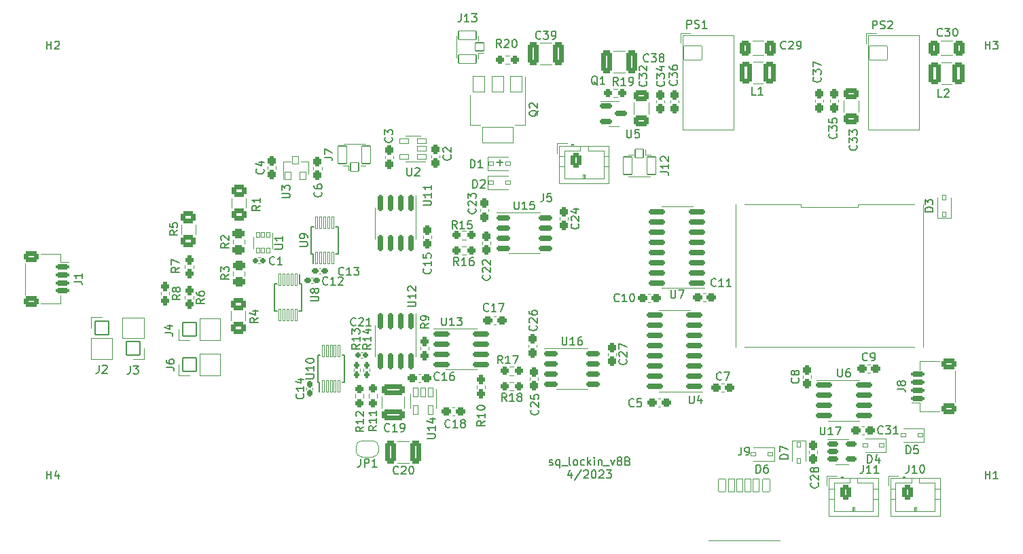
<source format=gbr>
%TF.GenerationSoftware,KiCad,Pcbnew,(6.0.4-0)*%
%TF.CreationDate,2023-04-18T14:03:14-06:00*%
%TF.ProjectId,sq_lockin_v8,73715f6c-6f63-46b6-996e-5f76382e6b69,rev?*%
%TF.SameCoordinates,Original*%
%TF.FileFunction,Legend,Top*%
%TF.FilePolarity,Positive*%
%FSLAX46Y46*%
G04 Gerber Fmt 4.6, Leading zero omitted, Abs format (unit mm)*
G04 Created by KiCad (PCBNEW (6.0.4-0)) date 2023-04-18 14:03:14*
%MOMM*%
%LPD*%
G01*
G04 APERTURE LIST*
G04 Aperture macros list*
%AMRoundRect*
0 Rectangle with rounded corners*
0 $1 Rounding radius*
0 $2 $3 $4 $5 $6 $7 $8 $9 X,Y pos of 4 corners*
0 Add a 4 corners polygon primitive as box body*
4,1,4,$2,$3,$4,$5,$6,$7,$8,$9,$2,$3,0*
0 Add four circle primitives for the rounded corners*
1,1,$1+$1,$2,$3*
1,1,$1+$1,$4,$5*
1,1,$1+$1,$6,$7*
1,1,$1+$1,$8,$9*
0 Add four rect primitives between the rounded corners*
20,1,$1+$1,$2,$3,$4,$5,0*
20,1,$1+$1,$4,$5,$6,$7,0*
20,1,$1+$1,$6,$7,$8,$9,0*
20,1,$1+$1,$8,$9,$2,$3,0*%
%AMFreePoly0*
4,1,37,0.536062,0.786062,0.551000,0.750000,0.551000,-0.750000,0.536062,-0.786062,0.500000,-0.801000,0.000000,-0.801000,-0.012525,-0.795812,-0.080875,-0.794559,-0.095149,-0.792248,-0.230464,-0.749973,-0.243516,-0.743747,-0.361526,-0.665192,-0.372306,-0.655554,-0.463526,-0.547035,-0.471167,-0.534759,-0.528262,-0.405000,-0.532150,-0.391073,-0.549733,-0.256613,-0.548336,-0.256430,-0.551000,-0.250000,
-0.551000,0.250000,-0.550512,0.251179,-0.550356,0.263956,-0.528545,0.404033,-0.524317,0.417860,-0.464069,0.546185,-0.456130,0.558271,-0.362286,0.664529,-0.351274,0.673901,-0.231379,0.749549,-0.218180,0.755454,-0.081873,0.794411,-0.067546,0.796373,-0.011990,0.796033,0.000000,0.801000,0.500000,0.801000,0.536062,0.786062,0.536062,0.786062,$1*%
%AMFreePoly1*
4,1,37,0.012349,0.795885,0.074216,0.795507,0.088518,0.793370,0.224339,0.752751,0.237465,0.746685,0.356427,0.669578,0.367324,0.660073,0.459862,0.552676,0.467652,0.540494,0.526329,0.411442,0.530388,0.397563,0.550485,0.257230,0.551000,0.250000,0.551000,-0.250000,0.550996,-0.250622,0.550847,-0.262838,0.550144,-0.270677,0.526624,-0.410478,0.522228,-0.424254,0.460416,-0.551833,
0.452330,-0.563821,0.357195,-0.668925,0.346069,-0.678161,0.225259,-0.752338,0.211989,-0.758081,0.075216,-0.795370,0.060866,-0.797157,0.011464,-0.796251,0.000000,-0.801000,-0.500000,-0.801000,-0.536062,-0.786062,-0.551000,-0.750000,-0.551000,0.750000,-0.536062,0.786062,-0.500000,0.801000,0.000000,0.801000,0.012349,0.795885,0.012349,0.795885,$1*%
G04 Aperture macros list end*
%ADD10C,0.150000*%
%ADD11C,0.120000*%
%ADD12RoundRect,0.191000X0.140000X0.170000X-0.140000X0.170000X-0.140000X-0.170000X0.140000X-0.170000X0*%
%ADD13RoundRect,0.288500X0.250000X0.237500X-0.250000X0.237500X-0.250000X-0.237500X0.250000X-0.237500X0*%
%ADD14RoundRect,0.211000X0.160000X-0.197500X0.160000X0.197500X-0.160000X0.197500X-0.160000X-0.197500X0*%
%ADD15RoundRect,0.211000X-0.160000X0.197500X-0.160000X-0.197500X0.160000X-0.197500X0.160000X0.197500X0*%
%ADD16RoundRect,0.206000X0.155000X-0.212500X0.155000X0.212500X-0.155000X0.212500X-0.155000X-0.212500X0*%
%ADD17RoundRect,0.206000X-0.212500X-0.155000X0.212500X-0.155000X0.212500X0.155000X-0.212500X0.155000X0*%
%ADD18RoundRect,0.288500X0.237500X-0.250000X0.237500X0.250000X-0.237500X0.250000X-0.237500X-0.250000X0*%
%ADD19RoundRect,0.288500X-0.237500X0.250000X-0.237500X-0.250000X0.237500X-0.250000X0.237500X0.250000X0*%
%ADD20FreePoly0,180.000000*%
%ADD21FreePoly1,180.000000*%
%ADD22RoundRect,0.301000X0.412500X1.100000X-0.412500X1.100000X-0.412500X-1.100000X0.412500X-1.100000X0*%
%ADD23RoundRect,0.301000X-1.100000X0.412500X-1.100000X-0.412500X1.100000X-0.412500X1.100000X0.412500X0*%
%ADD24RoundRect,0.301001X0.624999X-0.462499X0.624999X0.462499X-0.624999X0.462499X-0.624999X-0.462499X0*%
%ADD25RoundRect,0.301000X-0.450000X0.325000X-0.450000X-0.325000X0.450000X-0.325000X0.450000X0.325000X0*%
%ADD26RoundRect,0.288500X-0.237500X0.287500X-0.237500X-0.287500X0.237500X-0.287500X0.237500X0.287500X0*%
%ADD27RoundRect,0.051000X0.850000X-0.850000X0.850000X0.850000X-0.850000X0.850000X-0.850000X-0.850000X0*%
%ADD28O,1.802000X1.802000*%
%ADD29RoundRect,0.288500X0.237500X-0.300000X0.237500X0.300000X-0.237500X0.300000X-0.237500X-0.300000X0*%
%ADD30RoundRect,0.051000X0.530000X0.325000X-0.530000X0.325000X-0.530000X-0.325000X0.530000X-0.325000X0*%
%ADD31RoundRect,0.301000X-0.350000X-0.625000X0.350000X-0.625000X0.350000X0.625000X-0.350000X0.625000X0*%
%ADD32O,1.302000X1.852000*%
%ADD33RoundRect,0.288500X0.237500X-0.287500X0.237500X0.287500X-0.237500X0.287500X-0.237500X-0.287500X0*%
%ADD34RoundRect,0.051000X0.400000X-0.450000X0.400000X0.450000X-0.400000X0.450000X-0.400000X-0.450000X0*%
%ADD35RoundRect,0.288500X-0.237500X0.300000X-0.237500X-0.300000X0.237500X-0.300000X0.237500X0.300000X0*%
%ADD36RoundRect,0.201000X-0.675000X-0.150000X0.675000X-0.150000X0.675000X0.150000X-0.675000X0.150000X0*%
%ADD37RoundRect,0.051000X-0.850000X-0.850000X0.850000X-0.850000X0.850000X0.850000X-0.850000X0.850000X0*%
%ADD38RoundRect,0.051000X0.850000X0.850000X-0.850000X0.850000X-0.850000X-0.850000X0.850000X-0.850000X0*%
%ADD39RoundRect,0.288500X-0.300000X-0.237500X0.300000X-0.237500X0.300000X0.237500X-0.300000X0.237500X0*%
%ADD40RoundRect,0.288500X0.300000X0.237500X-0.300000X0.237500X-0.300000X-0.237500X0.300000X-0.237500X0*%
%ADD41RoundRect,0.201000X-0.825000X-0.150000X0.825000X-0.150000X0.825000X0.150000X-0.825000X0.150000X0*%
%ADD42RoundRect,0.051000X-0.300000X-0.225000X0.300000X-0.225000X0.300000X0.225000X-0.300000X0.225000X0*%
%ADD43RoundRect,0.201000X-0.150000X0.825000X-0.150000X-0.825000X0.150000X-0.825000X0.150000X0.825000X0*%
%ADD44RoundRect,0.051000X-0.325000X0.530000X-0.325000X-0.530000X0.325000X-0.530000X0.325000X0.530000X0*%
%ADD45RoundRect,0.301001X-0.462499X-1.074999X0.462499X-1.074999X0.462499X1.074999X-0.462499X1.074999X0*%
%ADD46RoundRect,0.301000X0.650000X-0.412500X0.650000X0.412500X-0.650000X0.412500X-0.650000X-0.412500X0*%
%ADD47RoundRect,0.051000X0.500000X-0.525000X0.500000X0.525000X-0.500000X0.525000X-0.500000X-0.525000X0*%
%ADD48RoundRect,0.051000X0.525000X-1.100000X0.525000X1.100000X-0.525000X1.100000X-0.525000X-1.100000X0*%
%ADD49RoundRect,0.288500X-0.250000X-0.237500X0.250000X-0.237500X0.250000X0.237500X-0.250000X0.237500X0*%
%ADD50RoundRect,0.051000X-1.125000X0.875000X-1.125000X-0.875000X1.125000X-0.875000X1.125000X0.875000X0*%
%ADD51O,2.352000X1.852000*%
%ADD52RoundRect,0.051000X0.300000X0.225000X-0.300000X0.225000X-0.300000X-0.225000X0.300000X-0.225000X0*%
%ADD53C,6.502000*%
%ADD54RoundRect,0.201000X0.625000X-0.150000X0.625000X0.150000X-0.625000X0.150000X-0.625000X-0.150000X0*%
%ADD55RoundRect,0.301000X0.650000X-0.350000X0.650000X0.350000X-0.650000X0.350000X-0.650000X-0.350000X0*%
%ADD56O,5.102000X1.602000*%
%ADD57RoundRect,0.201000X-0.512500X-0.150000X0.512500X-0.150000X0.512500X0.150000X-0.512500X0.150000X0*%
%ADD58RoundRect,0.201000X-0.625000X0.150000X-0.625000X-0.150000X0.625000X-0.150000X0.625000X0.150000X0*%
%ADD59RoundRect,0.301000X-0.650000X0.350000X-0.650000X-0.350000X0.650000X-0.350000X0.650000X0.350000X0*%
%ADD60RoundRect,0.051000X-0.500000X0.525000X-0.500000X-0.525000X0.500000X-0.525000X0.500000X0.525000X0*%
%ADD61RoundRect,0.051000X-0.525000X1.100000X-0.525000X-1.100000X0.525000X-1.100000X0.525000X1.100000X0*%
%ADD62RoundRect,0.051000X-0.150000X0.700000X-0.150000X-0.700000X0.150000X-0.700000X0.150000X0.700000X0*%
%ADD63RoundRect,0.051000X-0.200000X0.325000X-0.200000X-0.325000X0.200000X-0.325000X0.200000X0.325000X0*%
%ADD64RoundRect,0.051000X-0.225000X0.300000X-0.225000X-0.300000X0.225000X-0.300000X0.225000X0.300000X0*%
%ADD65RoundRect,0.301000X-0.412500X-1.100000X0.412500X-1.100000X0.412500X1.100000X-0.412500X1.100000X0*%
%ADD66RoundRect,0.201000X-0.587500X-0.150000X0.587500X-0.150000X0.587500X0.150000X-0.587500X0.150000X0*%
%ADD67RoundRect,0.201000X0.825000X0.150000X-0.825000X0.150000X-0.825000X-0.150000X0.825000X-0.150000X0*%
%ADD68RoundRect,0.301000X0.412500X0.650000X-0.412500X0.650000X-0.412500X-0.650000X0.412500X-0.650000X0*%
%ADD69RoundRect,0.051000X-0.750000X1.000000X-0.750000X-1.000000X0.750000X-1.000000X0.750000X1.000000X0*%
%ADD70RoundRect,0.051000X-1.900000X1.000000X-1.900000X-1.000000X1.900000X-1.000000X1.900000X1.000000X0*%
%ADD71RoundRect,0.051000X0.150000X-0.700000X0.150000X0.700000X-0.150000X0.700000X-0.150000X-0.700000X0*%
%ADD72O,1.102000X1.802000*%
%ADD73RoundRect,0.051000X-0.400000X-0.800000X0.400000X-0.800000X0.400000X0.800000X-0.400000X0.800000X0*%
%ADD74RoundRect,0.051000X-0.450000X-0.800000X0.450000X-0.800000X0.450000X0.800000X-0.450000X0.800000X0*%
%ADD75RoundRect,0.051000X0.225000X-0.300000X0.225000X0.300000X-0.225000X0.300000X-0.225000X-0.300000X0*%
%ADD76RoundRect,0.051000X0.525000X0.500000X-0.525000X0.500000X-0.525000X-0.500000X0.525000X-0.500000X0*%
%ADD77RoundRect,0.051000X1.100000X0.525000X-1.100000X0.525000X-1.100000X-0.525000X1.100000X-0.525000X0*%
G04 APERTURE END LIST*
D10*
X175876190Y-110499761D02*
X175971428Y-110547380D01*
X176161904Y-110547380D01*
X176257142Y-110499761D01*
X176304761Y-110404523D01*
X176304761Y-110356904D01*
X176257142Y-110261666D01*
X176161904Y-110214047D01*
X176019047Y-110214047D01*
X175923809Y-110166428D01*
X175876190Y-110071190D01*
X175876190Y-110023571D01*
X175923809Y-109928333D01*
X176019047Y-109880714D01*
X176161904Y-109880714D01*
X176257142Y-109928333D01*
X177161904Y-109880714D02*
X177161904Y-110880714D01*
X177161904Y-110499761D02*
X177066666Y-110547380D01*
X176876190Y-110547380D01*
X176780952Y-110499761D01*
X176733333Y-110452142D01*
X176685714Y-110356904D01*
X176685714Y-110071190D01*
X176733333Y-109975952D01*
X176780952Y-109928333D01*
X176876190Y-109880714D01*
X177066666Y-109880714D01*
X177161904Y-109928333D01*
X177400000Y-110642619D02*
X178161904Y-110642619D01*
X178542857Y-110547380D02*
X178447619Y-110499761D01*
X178400000Y-110404523D01*
X178400000Y-109547380D01*
X179066666Y-110547380D02*
X178971428Y-110499761D01*
X178923809Y-110452142D01*
X178876190Y-110356904D01*
X178876190Y-110071190D01*
X178923809Y-109975952D01*
X178971428Y-109928333D01*
X179066666Y-109880714D01*
X179209523Y-109880714D01*
X179304761Y-109928333D01*
X179352380Y-109975952D01*
X179400000Y-110071190D01*
X179400000Y-110356904D01*
X179352380Y-110452142D01*
X179304761Y-110499761D01*
X179209523Y-110547380D01*
X179066666Y-110547380D01*
X180257142Y-110499761D02*
X180161904Y-110547380D01*
X179971428Y-110547380D01*
X179876190Y-110499761D01*
X179828571Y-110452142D01*
X179780952Y-110356904D01*
X179780952Y-110071190D01*
X179828571Y-109975952D01*
X179876190Y-109928333D01*
X179971428Y-109880714D01*
X180161904Y-109880714D01*
X180257142Y-109928333D01*
X180685714Y-110547380D02*
X180685714Y-109547380D01*
X180780952Y-110166428D02*
X181066666Y-110547380D01*
X181066666Y-109880714D02*
X180685714Y-110261666D01*
X181495238Y-110547380D02*
X181495238Y-109880714D01*
X181495238Y-109547380D02*
X181447619Y-109595000D01*
X181495238Y-109642619D01*
X181542857Y-109595000D01*
X181495238Y-109547380D01*
X181495238Y-109642619D01*
X181971428Y-109880714D02*
X181971428Y-110547380D01*
X181971428Y-109975952D02*
X182019047Y-109928333D01*
X182114285Y-109880714D01*
X182257142Y-109880714D01*
X182352380Y-109928333D01*
X182400000Y-110023571D01*
X182400000Y-110547380D01*
X182638095Y-110642619D02*
X183400000Y-110642619D01*
X183542857Y-109880714D02*
X183780952Y-110547380D01*
X184019047Y-109880714D01*
X184542857Y-109975952D02*
X184447619Y-109928333D01*
X184400000Y-109880714D01*
X184352380Y-109785476D01*
X184352380Y-109737857D01*
X184400000Y-109642619D01*
X184447619Y-109595000D01*
X184542857Y-109547380D01*
X184733333Y-109547380D01*
X184828571Y-109595000D01*
X184876190Y-109642619D01*
X184923809Y-109737857D01*
X184923809Y-109785476D01*
X184876190Y-109880714D01*
X184828571Y-109928333D01*
X184733333Y-109975952D01*
X184542857Y-109975952D01*
X184447619Y-110023571D01*
X184400000Y-110071190D01*
X184352380Y-110166428D01*
X184352380Y-110356904D01*
X184400000Y-110452142D01*
X184447619Y-110499761D01*
X184542857Y-110547380D01*
X184733333Y-110547380D01*
X184828571Y-110499761D01*
X184876190Y-110452142D01*
X184923809Y-110356904D01*
X184923809Y-110166428D01*
X184876190Y-110071190D01*
X184828571Y-110023571D01*
X184733333Y-109975952D01*
X185685714Y-110023571D02*
X185828571Y-110071190D01*
X185876190Y-110118809D01*
X185923809Y-110214047D01*
X185923809Y-110356904D01*
X185876190Y-110452142D01*
X185828571Y-110499761D01*
X185733333Y-110547380D01*
X185352380Y-110547380D01*
X185352380Y-109547380D01*
X185685714Y-109547380D01*
X185780952Y-109595000D01*
X185828571Y-109642619D01*
X185876190Y-109737857D01*
X185876190Y-109833095D01*
X185828571Y-109928333D01*
X185780952Y-109975952D01*
X185685714Y-110023571D01*
X185352380Y-110023571D01*
X178661904Y-111490714D02*
X178661904Y-112157380D01*
X178423809Y-111109761D02*
X178185714Y-111824047D01*
X178804761Y-111824047D01*
X179900000Y-111109761D02*
X179042857Y-112395476D01*
X180185714Y-111252619D02*
X180233333Y-111205000D01*
X180328571Y-111157380D01*
X180566666Y-111157380D01*
X180661904Y-111205000D01*
X180709523Y-111252619D01*
X180757142Y-111347857D01*
X180757142Y-111443095D01*
X180709523Y-111585952D01*
X180138095Y-112157380D01*
X180757142Y-112157380D01*
X181376190Y-111157380D02*
X181471428Y-111157380D01*
X181566666Y-111205000D01*
X181614285Y-111252619D01*
X181661904Y-111347857D01*
X181709523Y-111538333D01*
X181709523Y-111776428D01*
X181661904Y-111966904D01*
X181614285Y-112062142D01*
X181566666Y-112109761D01*
X181471428Y-112157380D01*
X181376190Y-112157380D01*
X181280952Y-112109761D01*
X181233333Y-112062142D01*
X181185714Y-111966904D01*
X181138095Y-111776428D01*
X181138095Y-111538333D01*
X181185714Y-111347857D01*
X181233333Y-111252619D01*
X181280952Y-111205000D01*
X181376190Y-111157380D01*
X182090476Y-111252619D02*
X182138095Y-111205000D01*
X182233333Y-111157380D01*
X182471428Y-111157380D01*
X182566666Y-111205000D01*
X182614285Y-111252619D01*
X182661904Y-111347857D01*
X182661904Y-111443095D01*
X182614285Y-111585952D01*
X182042857Y-112157380D01*
X182661904Y-112157380D01*
X182995238Y-111157380D02*
X183614285Y-111157380D01*
X183280952Y-111538333D01*
X183423809Y-111538333D01*
X183519047Y-111585952D01*
X183566666Y-111633571D01*
X183614285Y-111728809D01*
X183614285Y-111966904D01*
X183566666Y-112062142D01*
X183519047Y-112109761D01*
X183423809Y-112157380D01*
X183138095Y-112157380D01*
X183042857Y-112109761D01*
X182995238Y-112062142D01*
X169319047Y-72771428D02*
X170080952Y-72771428D01*
X169700000Y-73152380D02*
X169700000Y-72390476D01*
%TO.C,C21*%
X151757142Y-93057142D02*
X151709523Y-93104761D01*
X151566666Y-93152380D01*
X151471428Y-93152380D01*
X151328571Y-93104761D01*
X151233333Y-93009523D01*
X151185714Y-92914285D01*
X151138095Y-92723809D01*
X151138095Y-92580952D01*
X151185714Y-92390476D01*
X151233333Y-92295238D01*
X151328571Y-92200000D01*
X151471428Y-92152380D01*
X151566666Y-92152380D01*
X151709523Y-92200000D01*
X151757142Y-92247619D01*
X152138095Y-92247619D02*
X152185714Y-92200000D01*
X152280952Y-92152380D01*
X152519047Y-92152380D01*
X152614285Y-92200000D01*
X152661904Y-92247619D01*
X152709523Y-92342857D01*
X152709523Y-92438095D01*
X152661904Y-92580952D01*
X152090476Y-93152380D01*
X152709523Y-93152380D01*
X153661904Y-93152380D02*
X153090476Y-93152380D01*
X153376190Y-93152380D02*
X153376190Y-92152380D01*
X153280952Y-92295238D01*
X153185714Y-92390476D01*
X153090476Y-92438095D01*
%TO.C,R18*%
X170557142Y-102572380D02*
X170223809Y-102096190D01*
X169985714Y-102572380D02*
X169985714Y-101572380D01*
X170366666Y-101572380D01*
X170461904Y-101620000D01*
X170509523Y-101667619D01*
X170557142Y-101762857D01*
X170557142Y-101905714D01*
X170509523Y-102000952D01*
X170461904Y-102048571D01*
X170366666Y-102096190D01*
X169985714Y-102096190D01*
X171509523Y-102572380D02*
X170938095Y-102572380D01*
X171223809Y-102572380D02*
X171223809Y-101572380D01*
X171128571Y-101715238D01*
X171033333Y-101810476D01*
X170938095Y-101858095D01*
X172080952Y-102000952D02*
X171985714Y-101953333D01*
X171938095Y-101905714D01*
X171890476Y-101810476D01*
X171890476Y-101762857D01*
X171938095Y-101667619D01*
X171985714Y-101620000D01*
X172080952Y-101572380D01*
X172271428Y-101572380D01*
X172366666Y-101620000D01*
X172414285Y-101667619D01*
X172461904Y-101762857D01*
X172461904Y-101810476D01*
X172414285Y-101905714D01*
X172366666Y-101953333D01*
X172271428Y-102000952D01*
X172080952Y-102000952D01*
X171985714Y-102048571D01*
X171938095Y-102096190D01*
X171890476Y-102191428D01*
X171890476Y-102381904D01*
X171938095Y-102477142D01*
X171985714Y-102524761D01*
X172080952Y-102572380D01*
X172271428Y-102572380D01*
X172366666Y-102524761D01*
X172414285Y-102477142D01*
X172461904Y-102381904D01*
X172461904Y-102191428D01*
X172414285Y-102096190D01*
X172366666Y-102048571D01*
X172271428Y-102000952D01*
%TO.C,R17*%
X170057142Y-97852380D02*
X169723809Y-97376190D01*
X169485714Y-97852380D02*
X169485714Y-96852380D01*
X169866666Y-96852380D01*
X169961904Y-96900000D01*
X170009523Y-96947619D01*
X170057142Y-97042857D01*
X170057142Y-97185714D01*
X170009523Y-97280952D01*
X169961904Y-97328571D01*
X169866666Y-97376190D01*
X169485714Y-97376190D01*
X171009523Y-97852380D02*
X170438095Y-97852380D01*
X170723809Y-97852380D02*
X170723809Y-96852380D01*
X170628571Y-96995238D01*
X170533333Y-97090476D01*
X170438095Y-97138095D01*
X171342857Y-96852380D02*
X172009523Y-96852380D01*
X171580952Y-97852380D01*
%TO.C,R16*%
X164582142Y-85642380D02*
X164248809Y-85166190D01*
X164010714Y-85642380D02*
X164010714Y-84642380D01*
X164391666Y-84642380D01*
X164486904Y-84690000D01*
X164534523Y-84737619D01*
X164582142Y-84832857D01*
X164582142Y-84975714D01*
X164534523Y-85070952D01*
X164486904Y-85118571D01*
X164391666Y-85166190D01*
X164010714Y-85166190D01*
X165534523Y-85642380D02*
X164963095Y-85642380D01*
X165248809Y-85642380D02*
X165248809Y-84642380D01*
X165153571Y-84785238D01*
X165058333Y-84880476D01*
X164963095Y-84928095D01*
X166391666Y-84642380D02*
X166201190Y-84642380D01*
X166105952Y-84690000D01*
X166058333Y-84737619D01*
X165963095Y-84880476D01*
X165915476Y-85070952D01*
X165915476Y-85451904D01*
X165963095Y-85547142D01*
X166010714Y-85594761D01*
X166105952Y-85642380D01*
X166296428Y-85642380D01*
X166391666Y-85594761D01*
X166439285Y-85547142D01*
X166486904Y-85451904D01*
X166486904Y-85213809D01*
X166439285Y-85118571D01*
X166391666Y-85070952D01*
X166296428Y-85023333D01*
X166105952Y-85023333D01*
X166010714Y-85070952D01*
X165963095Y-85118571D01*
X165915476Y-85213809D01*
%TO.C,R15*%
X164357142Y-81052380D02*
X164023809Y-80576190D01*
X163785714Y-81052380D02*
X163785714Y-80052380D01*
X164166666Y-80052380D01*
X164261904Y-80100000D01*
X164309523Y-80147619D01*
X164357142Y-80242857D01*
X164357142Y-80385714D01*
X164309523Y-80480952D01*
X164261904Y-80528571D01*
X164166666Y-80576190D01*
X163785714Y-80576190D01*
X165309523Y-81052380D02*
X164738095Y-81052380D01*
X165023809Y-81052380D02*
X165023809Y-80052380D01*
X164928571Y-80195238D01*
X164833333Y-80290476D01*
X164738095Y-80338095D01*
X166214285Y-80052380D02*
X165738095Y-80052380D01*
X165690476Y-80528571D01*
X165738095Y-80480952D01*
X165833333Y-80433333D01*
X166071428Y-80433333D01*
X166166666Y-80480952D01*
X166214285Y-80528571D01*
X166261904Y-80623809D01*
X166261904Y-80861904D01*
X166214285Y-80957142D01*
X166166666Y-81004761D01*
X166071428Y-81052380D01*
X165833333Y-81052380D01*
X165738095Y-81004761D01*
X165690476Y-80957142D01*
%TO.C,R14*%
X153652380Y-95442857D02*
X153176190Y-95776190D01*
X153652380Y-96014285D02*
X152652380Y-96014285D01*
X152652380Y-95633333D01*
X152700000Y-95538095D01*
X152747619Y-95490476D01*
X152842857Y-95442857D01*
X152985714Y-95442857D01*
X153080952Y-95490476D01*
X153128571Y-95538095D01*
X153176190Y-95633333D01*
X153176190Y-96014285D01*
X153652380Y-94490476D02*
X153652380Y-95061904D01*
X153652380Y-94776190D02*
X152652380Y-94776190D01*
X152795238Y-94871428D01*
X152890476Y-94966666D01*
X152938095Y-95061904D01*
X152985714Y-93633333D02*
X153652380Y-93633333D01*
X152604761Y-93871428D02*
X153319047Y-94109523D01*
X153319047Y-93490476D01*
%TO.C,R13*%
X152252380Y-95442857D02*
X151776190Y-95776190D01*
X152252380Y-96014285D02*
X151252380Y-96014285D01*
X151252380Y-95633333D01*
X151300000Y-95538095D01*
X151347619Y-95490476D01*
X151442857Y-95442857D01*
X151585714Y-95442857D01*
X151680952Y-95490476D01*
X151728571Y-95538095D01*
X151776190Y-95633333D01*
X151776190Y-96014285D01*
X152252380Y-94490476D02*
X152252380Y-95061904D01*
X152252380Y-94776190D02*
X151252380Y-94776190D01*
X151395238Y-94871428D01*
X151490476Y-94966666D01*
X151538095Y-95061904D01*
X151252380Y-94157142D02*
X151252380Y-93538095D01*
X151633333Y-93871428D01*
X151633333Y-93728571D01*
X151680952Y-93633333D01*
X151728571Y-93585714D01*
X151823809Y-93538095D01*
X152061904Y-93538095D01*
X152157142Y-93585714D01*
X152204761Y-93633333D01*
X152252380Y-93728571D01*
X152252380Y-94014285D01*
X152204761Y-94109523D01*
X152157142Y-94157142D01*
%TO.C,C14*%
X145197142Y-101642857D02*
X145244761Y-101690476D01*
X145292380Y-101833333D01*
X145292380Y-101928571D01*
X145244761Y-102071428D01*
X145149523Y-102166666D01*
X145054285Y-102214285D01*
X144863809Y-102261904D01*
X144720952Y-102261904D01*
X144530476Y-102214285D01*
X144435238Y-102166666D01*
X144340000Y-102071428D01*
X144292380Y-101928571D01*
X144292380Y-101833333D01*
X144340000Y-101690476D01*
X144387619Y-101642857D01*
X145292380Y-100690476D02*
X145292380Y-101261904D01*
X145292380Y-100976190D02*
X144292380Y-100976190D01*
X144435238Y-101071428D01*
X144530476Y-101166666D01*
X144578095Y-101261904D01*
X144625714Y-99833333D02*
X145292380Y-99833333D01*
X144244761Y-100071428D02*
X144959047Y-100309523D01*
X144959047Y-99690476D01*
%TO.C,C13*%
X150257142Y-86757142D02*
X150209523Y-86804761D01*
X150066666Y-86852380D01*
X149971428Y-86852380D01*
X149828571Y-86804761D01*
X149733333Y-86709523D01*
X149685714Y-86614285D01*
X149638095Y-86423809D01*
X149638095Y-86280952D01*
X149685714Y-86090476D01*
X149733333Y-85995238D01*
X149828571Y-85900000D01*
X149971428Y-85852380D01*
X150066666Y-85852380D01*
X150209523Y-85900000D01*
X150257142Y-85947619D01*
X151209523Y-86852380D02*
X150638095Y-86852380D01*
X150923809Y-86852380D02*
X150923809Y-85852380D01*
X150828571Y-85995238D01*
X150733333Y-86090476D01*
X150638095Y-86138095D01*
X151542857Y-85852380D02*
X152161904Y-85852380D01*
X151828571Y-86233333D01*
X151971428Y-86233333D01*
X152066666Y-86280952D01*
X152114285Y-86328571D01*
X152161904Y-86423809D01*
X152161904Y-86661904D01*
X152114285Y-86757142D01*
X152066666Y-86804761D01*
X151971428Y-86852380D01*
X151685714Y-86852380D01*
X151590476Y-86804761D01*
X151542857Y-86757142D01*
%TO.C,C12*%
X148257142Y-87957142D02*
X148209523Y-88004761D01*
X148066666Y-88052380D01*
X147971428Y-88052380D01*
X147828571Y-88004761D01*
X147733333Y-87909523D01*
X147685714Y-87814285D01*
X147638095Y-87623809D01*
X147638095Y-87480952D01*
X147685714Y-87290476D01*
X147733333Y-87195238D01*
X147828571Y-87100000D01*
X147971428Y-87052380D01*
X148066666Y-87052380D01*
X148209523Y-87100000D01*
X148257142Y-87147619D01*
X149209523Y-88052380D02*
X148638095Y-88052380D01*
X148923809Y-88052380D02*
X148923809Y-87052380D01*
X148828571Y-87195238D01*
X148733333Y-87290476D01*
X148638095Y-87338095D01*
X149590476Y-87147619D02*
X149638095Y-87100000D01*
X149733333Y-87052380D01*
X149971428Y-87052380D01*
X150066666Y-87100000D01*
X150114285Y-87147619D01*
X150161904Y-87242857D01*
X150161904Y-87338095D01*
X150114285Y-87480952D01*
X149542857Y-88052380D01*
X150161904Y-88052380D01*
%TO.C,R12*%
X152752380Y-105742857D02*
X152276190Y-106076190D01*
X152752380Y-106314285D02*
X151752380Y-106314285D01*
X151752380Y-105933333D01*
X151800000Y-105838095D01*
X151847619Y-105790476D01*
X151942857Y-105742857D01*
X152085714Y-105742857D01*
X152180952Y-105790476D01*
X152228571Y-105838095D01*
X152276190Y-105933333D01*
X152276190Y-106314285D01*
X152752380Y-104790476D02*
X152752380Y-105361904D01*
X152752380Y-105076190D02*
X151752380Y-105076190D01*
X151895238Y-105171428D01*
X151990476Y-105266666D01*
X152038095Y-105361904D01*
X151847619Y-104409523D02*
X151800000Y-104361904D01*
X151752380Y-104266666D01*
X151752380Y-104028571D01*
X151800000Y-103933333D01*
X151847619Y-103885714D01*
X151942857Y-103838095D01*
X152038095Y-103838095D01*
X152180952Y-103885714D01*
X152752380Y-104457142D01*
X152752380Y-103838095D01*
%TO.C,R11*%
X154352380Y-105642857D02*
X153876190Y-105976190D01*
X154352380Y-106214285D02*
X153352380Y-106214285D01*
X153352380Y-105833333D01*
X153400000Y-105738095D01*
X153447619Y-105690476D01*
X153542857Y-105642857D01*
X153685714Y-105642857D01*
X153780952Y-105690476D01*
X153828571Y-105738095D01*
X153876190Y-105833333D01*
X153876190Y-106214285D01*
X154352380Y-104690476D02*
X154352380Y-105261904D01*
X154352380Y-104976190D02*
X153352380Y-104976190D01*
X153495238Y-105071428D01*
X153590476Y-105166666D01*
X153638095Y-105261904D01*
X154352380Y-103738095D02*
X154352380Y-104309523D01*
X154352380Y-104023809D02*
X153352380Y-104023809D01*
X153495238Y-104119047D01*
X153590476Y-104214285D01*
X153638095Y-104309523D01*
%TO.C,JP1*%
X152366666Y-109752380D02*
X152366666Y-110466666D01*
X152319047Y-110609523D01*
X152223809Y-110704761D01*
X152080952Y-110752380D01*
X151985714Y-110752380D01*
X152842857Y-110752380D02*
X152842857Y-109752380D01*
X153223809Y-109752380D01*
X153319047Y-109800000D01*
X153366666Y-109847619D01*
X153414285Y-109942857D01*
X153414285Y-110085714D01*
X153366666Y-110180952D01*
X153319047Y-110228571D01*
X153223809Y-110276190D01*
X152842857Y-110276190D01*
X154366666Y-110752380D02*
X153795238Y-110752380D01*
X154080952Y-110752380D02*
X154080952Y-109752380D01*
X153985714Y-109895238D01*
X153890476Y-109990476D01*
X153795238Y-110038095D01*
%TO.C,C20*%
X157057142Y-111557142D02*
X157009523Y-111604761D01*
X156866666Y-111652380D01*
X156771428Y-111652380D01*
X156628571Y-111604761D01*
X156533333Y-111509523D01*
X156485714Y-111414285D01*
X156438095Y-111223809D01*
X156438095Y-111080952D01*
X156485714Y-110890476D01*
X156533333Y-110795238D01*
X156628571Y-110700000D01*
X156771428Y-110652380D01*
X156866666Y-110652380D01*
X157009523Y-110700000D01*
X157057142Y-110747619D01*
X157438095Y-110747619D02*
X157485714Y-110700000D01*
X157580952Y-110652380D01*
X157819047Y-110652380D01*
X157914285Y-110700000D01*
X157961904Y-110747619D01*
X158009523Y-110842857D01*
X158009523Y-110938095D01*
X157961904Y-111080952D01*
X157390476Y-111652380D01*
X158009523Y-111652380D01*
X158628571Y-110652380D02*
X158723809Y-110652380D01*
X158819047Y-110700000D01*
X158866666Y-110747619D01*
X158914285Y-110842857D01*
X158961904Y-111033333D01*
X158961904Y-111271428D01*
X158914285Y-111461904D01*
X158866666Y-111557142D01*
X158819047Y-111604761D01*
X158723809Y-111652380D01*
X158628571Y-111652380D01*
X158533333Y-111604761D01*
X158485714Y-111557142D01*
X158438095Y-111461904D01*
X158390476Y-111271428D01*
X158390476Y-111033333D01*
X158438095Y-110842857D01*
X158485714Y-110747619D01*
X158533333Y-110700000D01*
X158628571Y-110652380D01*
%TO.C,C19*%
X155957142Y-106257142D02*
X155909523Y-106304761D01*
X155766666Y-106352380D01*
X155671428Y-106352380D01*
X155528571Y-106304761D01*
X155433333Y-106209523D01*
X155385714Y-106114285D01*
X155338095Y-105923809D01*
X155338095Y-105780952D01*
X155385714Y-105590476D01*
X155433333Y-105495238D01*
X155528571Y-105400000D01*
X155671428Y-105352380D01*
X155766666Y-105352380D01*
X155909523Y-105400000D01*
X155957142Y-105447619D01*
X156909523Y-106352380D02*
X156338095Y-106352380D01*
X156623809Y-106352380D02*
X156623809Y-105352380D01*
X156528571Y-105495238D01*
X156433333Y-105590476D01*
X156338095Y-105638095D01*
X157385714Y-106352380D02*
X157576190Y-106352380D01*
X157671428Y-106304761D01*
X157719047Y-106257142D01*
X157814285Y-106114285D01*
X157861904Y-105923809D01*
X157861904Y-105542857D01*
X157814285Y-105447619D01*
X157766666Y-105400000D01*
X157671428Y-105352380D01*
X157480952Y-105352380D01*
X157385714Y-105400000D01*
X157338095Y-105447619D01*
X157290476Y-105542857D01*
X157290476Y-105780952D01*
X157338095Y-105876190D01*
X157385714Y-105923809D01*
X157480952Y-105971428D01*
X157671428Y-105971428D01*
X157766666Y-105923809D01*
X157814285Y-105876190D01*
X157861904Y-105780952D01*
%TO.C,R1*%
X139852380Y-78166666D02*
X139376190Y-78500000D01*
X139852380Y-78738095D02*
X138852380Y-78738095D01*
X138852380Y-78357142D01*
X138900000Y-78261904D01*
X138947619Y-78214285D01*
X139042857Y-78166666D01*
X139185714Y-78166666D01*
X139280952Y-78214285D01*
X139328571Y-78261904D01*
X139376190Y-78357142D01*
X139376190Y-78738095D01*
X139852380Y-77214285D02*
X139852380Y-77785714D01*
X139852380Y-77500000D02*
X138852380Y-77500000D01*
X138995238Y-77595238D01*
X139090476Y-77690476D01*
X139138095Y-77785714D01*
%TO.C,R5*%
X129552380Y-81266666D02*
X129076190Y-81600000D01*
X129552380Y-81838095D02*
X128552380Y-81838095D01*
X128552380Y-81457142D01*
X128600000Y-81361904D01*
X128647619Y-81314285D01*
X128742857Y-81266666D01*
X128885714Y-81266666D01*
X128980952Y-81314285D01*
X129028571Y-81361904D01*
X129076190Y-81457142D01*
X129076190Y-81838095D01*
X128552380Y-80361904D02*
X128552380Y-80838095D01*
X129028571Y-80885714D01*
X128980952Y-80838095D01*
X128933333Y-80742857D01*
X128933333Y-80504761D01*
X128980952Y-80409523D01*
X129028571Y-80361904D01*
X129123809Y-80314285D01*
X129361904Y-80314285D01*
X129457142Y-80361904D01*
X129504761Y-80409523D01*
X129552380Y-80504761D01*
X129552380Y-80742857D01*
X129504761Y-80838095D01*
X129457142Y-80885714D01*
%TO.C,R4*%
X139552380Y-92166666D02*
X139076190Y-92500000D01*
X139552380Y-92738095D02*
X138552380Y-92738095D01*
X138552380Y-92357142D01*
X138600000Y-92261904D01*
X138647619Y-92214285D01*
X138742857Y-92166666D01*
X138885714Y-92166666D01*
X138980952Y-92214285D01*
X139028571Y-92261904D01*
X139076190Y-92357142D01*
X139076190Y-92738095D01*
X138885714Y-91309523D02*
X139552380Y-91309523D01*
X138504761Y-91547619D02*
X139219047Y-91785714D01*
X139219047Y-91166666D01*
%TO.C,R2*%
X135952380Y-82866666D02*
X135476190Y-83200000D01*
X135952380Y-83438095D02*
X134952380Y-83438095D01*
X134952380Y-83057142D01*
X135000000Y-82961904D01*
X135047619Y-82914285D01*
X135142857Y-82866666D01*
X135285714Y-82866666D01*
X135380952Y-82914285D01*
X135428571Y-82961904D01*
X135476190Y-83057142D01*
X135476190Y-83438095D01*
X135047619Y-82485714D02*
X135000000Y-82438095D01*
X134952380Y-82342857D01*
X134952380Y-82104761D01*
X135000000Y-82009523D01*
X135047619Y-81961904D01*
X135142857Y-81914285D01*
X135238095Y-81914285D01*
X135380952Y-81961904D01*
X135952380Y-82533333D01*
X135952380Y-81914285D01*
%TO.C,R6*%
X132882380Y-89791666D02*
X132406190Y-90125000D01*
X132882380Y-90363095D02*
X131882380Y-90363095D01*
X131882380Y-89982142D01*
X131930000Y-89886904D01*
X131977619Y-89839285D01*
X132072857Y-89791666D01*
X132215714Y-89791666D01*
X132310952Y-89839285D01*
X132358571Y-89886904D01*
X132406190Y-89982142D01*
X132406190Y-90363095D01*
X131882380Y-88934523D02*
X131882380Y-89125000D01*
X131930000Y-89220238D01*
X131977619Y-89267857D01*
X132120476Y-89363095D01*
X132310952Y-89410714D01*
X132691904Y-89410714D01*
X132787142Y-89363095D01*
X132834761Y-89315476D01*
X132882380Y-89220238D01*
X132882380Y-89029761D01*
X132834761Y-88934523D01*
X132787142Y-88886904D01*
X132691904Y-88839285D01*
X132453809Y-88839285D01*
X132358571Y-88886904D01*
X132310952Y-88934523D01*
X132263333Y-89029761D01*
X132263333Y-89220238D01*
X132310952Y-89315476D01*
X132358571Y-89363095D01*
X132453809Y-89410714D01*
%TO.C,J4*%
X127952380Y-94033333D02*
X128666666Y-94033333D01*
X128809523Y-94080952D01*
X128904761Y-94176190D01*
X128952380Y-94319047D01*
X128952380Y-94414285D01*
X128285714Y-93128571D02*
X128952380Y-93128571D01*
X127904761Y-93366666D02*
X128619047Y-93604761D01*
X128619047Y-92985714D01*
%TO.C,C2*%
X163557142Y-71866666D02*
X163604761Y-71914285D01*
X163652380Y-72057142D01*
X163652380Y-72152380D01*
X163604761Y-72295238D01*
X163509523Y-72390476D01*
X163414285Y-72438095D01*
X163223809Y-72485714D01*
X163080952Y-72485714D01*
X162890476Y-72438095D01*
X162795238Y-72390476D01*
X162700000Y-72295238D01*
X162652380Y-72152380D01*
X162652380Y-72057142D01*
X162700000Y-71914285D01*
X162747619Y-71866666D01*
X162747619Y-71485714D02*
X162700000Y-71438095D01*
X162652380Y-71342857D01*
X162652380Y-71104761D01*
X162700000Y-71009523D01*
X162747619Y-70961904D01*
X162842857Y-70914285D01*
X162938095Y-70914285D01*
X163080952Y-70961904D01*
X163652380Y-71533333D01*
X163652380Y-70914285D01*
%TO.C,C3*%
X156257142Y-69666666D02*
X156304761Y-69714285D01*
X156352380Y-69857142D01*
X156352380Y-69952380D01*
X156304761Y-70095238D01*
X156209523Y-70190476D01*
X156114285Y-70238095D01*
X155923809Y-70285714D01*
X155780952Y-70285714D01*
X155590476Y-70238095D01*
X155495238Y-70190476D01*
X155400000Y-70095238D01*
X155352380Y-69952380D01*
X155352380Y-69857142D01*
X155400000Y-69714285D01*
X155447619Y-69666666D01*
X155352380Y-69333333D02*
X155352380Y-68714285D01*
X155733333Y-69047619D01*
X155733333Y-68904761D01*
X155780952Y-68809523D01*
X155828571Y-68761904D01*
X155923809Y-68714285D01*
X156161904Y-68714285D01*
X156257142Y-68761904D01*
X156304761Y-68809523D01*
X156352380Y-68904761D01*
X156352380Y-69190476D01*
X156304761Y-69285714D01*
X156257142Y-69333333D01*
%TO.C,U2*%
X158138095Y-73452380D02*
X158138095Y-74261904D01*
X158185714Y-74357142D01*
X158233333Y-74404761D01*
X158328571Y-74452380D01*
X158519047Y-74452380D01*
X158614285Y-74404761D01*
X158661904Y-74357142D01*
X158709523Y-74261904D01*
X158709523Y-73452380D01*
X159138095Y-73547619D02*
X159185714Y-73500000D01*
X159280952Y-73452380D01*
X159519047Y-73452380D01*
X159614285Y-73500000D01*
X159661904Y-73547619D01*
X159709523Y-73642857D01*
X159709523Y-73738095D01*
X159661904Y-73880952D01*
X159090476Y-74452380D01*
X159709523Y-74452380D01*
%TO.C,J5*%
X175166666Y-76652380D02*
X175166666Y-77366666D01*
X175119047Y-77509523D01*
X175023809Y-77604761D01*
X174880952Y-77652380D01*
X174785714Y-77652380D01*
X176119047Y-76652380D02*
X175642857Y-76652380D01*
X175595238Y-77128571D01*
X175642857Y-77080952D01*
X175738095Y-77033333D01*
X175976190Y-77033333D01*
X176071428Y-77080952D01*
X176119047Y-77128571D01*
X176166666Y-77223809D01*
X176166666Y-77461904D01*
X176119047Y-77557142D01*
X176071428Y-77604761D01*
X175976190Y-77652380D01*
X175738095Y-77652380D01*
X175642857Y-77604761D01*
X175595238Y-77557142D01*
%TO.C,R7*%
X129752380Y-85866666D02*
X129276190Y-86200000D01*
X129752380Y-86438095D02*
X128752380Y-86438095D01*
X128752380Y-86057142D01*
X128800000Y-85961904D01*
X128847619Y-85914285D01*
X128942857Y-85866666D01*
X129085714Y-85866666D01*
X129180952Y-85914285D01*
X129228571Y-85961904D01*
X129276190Y-86057142D01*
X129276190Y-86438095D01*
X128752380Y-85533333D02*
X128752380Y-84866666D01*
X129752380Y-85295238D01*
%TO.C,R3*%
X135952380Y-86766666D02*
X135476190Y-87100000D01*
X135952380Y-87338095D02*
X134952380Y-87338095D01*
X134952380Y-86957142D01*
X135000000Y-86861904D01*
X135047619Y-86814285D01*
X135142857Y-86766666D01*
X135285714Y-86766666D01*
X135380952Y-86814285D01*
X135428571Y-86861904D01*
X135476190Y-86957142D01*
X135476190Y-87338095D01*
X134952380Y-86433333D02*
X134952380Y-85814285D01*
X135333333Y-86147619D01*
X135333333Y-86004761D01*
X135380952Y-85909523D01*
X135428571Y-85861904D01*
X135523809Y-85814285D01*
X135761904Y-85814285D01*
X135857142Y-85861904D01*
X135904761Y-85909523D01*
X135952380Y-86004761D01*
X135952380Y-86290476D01*
X135904761Y-86385714D01*
X135857142Y-86433333D01*
%TO.C,J6*%
X128122380Y-98333333D02*
X128836666Y-98333333D01*
X128979523Y-98380952D01*
X129074761Y-98476190D01*
X129122380Y-98619047D01*
X129122380Y-98714285D01*
X128122380Y-97428571D02*
X128122380Y-97619047D01*
X128170000Y-97714285D01*
X128217619Y-97761904D01*
X128360476Y-97857142D01*
X128550952Y-97904761D01*
X128931904Y-97904761D01*
X129027142Y-97857142D01*
X129074761Y-97809523D01*
X129122380Y-97714285D01*
X129122380Y-97523809D01*
X129074761Y-97428571D01*
X129027142Y-97380952D01*
X128931904Y-97333333D01*
X128693809Y-97333333D01*
X128598571Y-97380952D01*
X128550952Y-97428571D01*
X128503333Y-97523809D01*
X128503333Y-97714285D01*
X128550952Y-97809523D01*
X128598571Y-97857142D01*
X128693809Y-97904761D01*
%TO.C,C4*%
X140227142Y-73591666D02*
X140274761Y-73639285D01*
X140322380Y-73782142D01*
X140322380Y-73877380D01*
X140274761Y-74020238D01*
X140179523Y-74115476D01*
X140084285Y-74163095D01*
X139893809Y-74210714D01*
X139750952Y-74210714D01*
X139560476Y-74163095D01*
X139465238Y-74115476D01*
X139370000Y-74020238D01*
X139322380Y-73877380D01*
X139322380Y-73782142D01*
X139370000Y-73639285D01*
X139417619Y-73591666D01*
X139655714Y-72734523D02*
X140322380Y-72734523D01*
X139274761Y-72972619D02*
X139989047Y-73210714D01*
X139989047Y-72591666D01*
%TO.C,C6*%
X147457142Y-76466666D02*
X147504761Y-76514285D01*
X147552380Y-76657142D01*
X147552380Y-76752380D01*
X147504761Y-76895238D01*
X147409523Y-76990476D01*
X147314285Y-77038095D01*
X147123809Y-77085714D01*
X146980952Y-77085714D01*
X146790476Y-77038095D01*
X146695238Y-76990476D01*
X146600000Y-76895238D01*
X146552380Y-76752380D01*
X146552380Y-76657142D01*
X146600000Y-76514285D01*
X146647619Y-76466666D01*
X146552380Y-75609523D02*
X146552380Y-75800000D01*
X146600000Y-75895238D01*
X146647619Y-75942857D01*
X146790476Y-76038095D01*
X146980952Y-76085714D01*
X147361904Y-76085714D01*
X147457142Y-76038095D01*
X147504761Y-75990476D01*
X147552380Y-75895238D01*
X147552380Y-75704761D01*
X147504761Y-75609523D01*
X147457142Y-75561904D01*
X147361904Y-75514285D01*
X147123809Y-75514285D01*
X147028571Y-75561904D01*
X146980952Y-75609523D01*
X146933333Y-75704761D01*
X146933333Y-75895238D01*
X146980952Y-75990476D01*
X147028571Y-76038095D01*
X147123809Y-76085714D01*
%TO.C,R8*%
X129882380Y-89291666D02*
X129406190Y-89625000D01*
X129882380Y-89863095D02*
X128882380Y-89863095D01*
X128882380Y-89482142D01*
X128930000Y-89386904D01*
X128977619Y-89339285D01*
X129072857Y-89291666D01*
X129215714Y-89291666D01*
X129310952Y-89339285D01*
X129358571Y-89386904D01*
X129406190Y-89482142D01*
X129406190Y-89863095D01*
X129310952Y-88720238D02*
X129263333Y-88815476D01*
X129215714Y-88863095D01*
X129120476Y-88910714D01*
X129072857Y-88910714D01*
X128977619Y-88863095D01*
X128930000Y-88815476D01*
X128882380Y-88720238D01*
X128882380Y-88529761D01*
X128930000Y-88434523D01*
X128977619Y-88386904D01*
X129072857Y-88339285D01*
X129120476Y-88339285D01*
X129215714Y-88386904D01*
X129263333Y-88434523D01*
X129310952Y-88529761D01*
X129310952Y-88720238D01*
X129358571Y-88815476D01*
X129406190Y-88863095D01*
X129501428Y-88910714D01*
X129691904Y-88910714D01*
X129787142Y-88863095D01*
X129834761Y-88815476D01*
X129882380Y-88720238D01*
X129882380Y-88529761D01*
X129834761Y-88434523D01*
X129787142Y-88386904D01*
X129691904Y-88339285D01*
X129501428Y-88339285D01*
X129406190Y-88386904D01*
X129358571Y-88434523D01*
X129310952Y-88529761D01*
%TO.C,U3*%
X142552380Y-77186904D02*
X143361904Y-77186904D01*
X143457142Y-77139285D01*
X143504761Y-77091666D01*
X143552380Y-76996428D01*
X143552380Y-76805952D01*
X143504761Y-76710714D01*
X143457142Y-76663095D01*
X143361904Y-76615476D01*
X142552380Y-76615476D01*
X142552380Y-76234523D02*
X142552380Y-75615476D01*
X142933333Y-75948809D01*
X142933333Y-75805952D01*
X142980952Y-75710714D01*
X143028571Y-75663095D01*
X143123809Y-75615476D01*
X143361904Y-75615476D01*
X143457142Y-75663095D01*
X143504761Y-75710714D01*
X143552380Y-75805952D01*
X143552380Y-76091666D01*
X143504761Y-76186904D01*
X143457142Y-76234523D01*
%TO.C,C22*%
X168457142Y-86842857D02*
X168504761Y-86890476D01*
X168552380Y-87033333D01*
X168552380Y-87128571D01*
X168504761Y-87271428D01*
X168409523Y-87366666D01*
X168314285Y-87414285D01*
X168123809Y-87461904D01*
X167980952Y-87461904D01*
X167790476Y-87414285D01*
X167695238Y-87366666D01*
X167600000Y-87271428D01*
X167552380Y-87128571D01*
X167552380Y-87033333D01*
X167600000Y-86890476D01*
X167647619Y-86842857D01*
X167647619Y-86461904D02*
X167600000Y-86414285D01*
X167552380Y-86319047D01*
X167552380Y-86080952D01*
X167600000Y-85985714D01*
X167647619Y-85938095D01*
X167742857Y-85890476D01*
X167838095Y-85890476D01*
X167980952Y-85938095D01*
X168552380Y-86509523D01*
X168552380Y-85890476D01*
X167647619Y-85509523D02*
X167600000Y-85461904D01*
X167552380Y-85366666D01*
X167552380Y-85128571D01*
X167600000Y-85033333D01*
X167647619Y-84985714D01*
X167742857Y-84938095D01*
X167838095Y-84938095D01*
X167980952Y-84985714D01*
X168552380Y-85557142D01*
X168552380Y-84938095D01*
%TO.C,C23*%
X166657142Y-78542857D02*
X166704761Y-78590476D01*
X166752380Y-78733333D01*
X166752380Y-78828571D01*
X166704761Y-78971428D01*
X166609523Y-79066666D01*
X166514285Y-79114285D01*
X166323809Y-79161904D01*
X166180952Y-79161904D01*
X165990476Y-79114285D01*
X165895238Y-79066666D01*
X165800000Y-78971428D01*
X165752380Y-78828571D01*
X165752380Y-78733333D01*
X165800000Y-78590476D01*
X165847619Y-78542857D01*
X165847619Y-78161904D02*
X165800000Y-78114285D01*
X165752380Y-78019047D01*
X165752380Y-77780952D01*
X165800000Y-77685714D01*
X165847619Y-77638095D01*
X165942857Y-77590476D01*
X166038095Y-77590476D01*
X166180952Y-77638095D01*
X166752380Y-78209523D01*
X166752380Y-77590476D01*
X165752380Y-77257142D02*
X165752380Y-76638095D01*
X166133333Y-76971428D01*
X166133333Y-76828571D01*
X166180952Y-76733333D01*
X166228571Y-76685714D01*
X166323809Y-76638095D01*
X166561904Y-76638095D01*
X166657142Y-76685714D01*
X166704761Y-76733333D01*
X166752380Y-76828571D01*
X166752380Y-77114285D01*
X166704761Y-77209523D01*
X166657142Y-77257142D01*
%TO.C,C24*%
X179487142Y-80427857D02*
X179534761Y-80475476D01*
X179582380Y-80618333D01*
X179582380Y-80713571D01*
X179534761Y-80856428D01*
X179439523Y-80951666D01*
X179344285Y-80999285D01*
X179153809Y-81046904D01*
X179010952Y-81046904D01*
X178820476Y-80999285D01*
X178725238Y-80951666D01*
X178630000Y-80856428D01*
X178582380Y-80713571D01*
X178582380Y-80618333D01*
X178630000Y-80475476D01*
X178677619Y-80427857D01*
X178677619Y-80046904D02*
X178630000Y-79999285D01*
X178582380Y-79904047D01*
X178582380Y-79665952D01*
X178630000Y-79570714D01*
X178677619Y-79523095D01*
X178772857Y-79475476D01*
X178868095Y-79475476D01*
X179010952Y-79523095D01*
X179582380Y-80094523D01*
X179582380Y-79475476D01*
X178915714Y-78618333D02*
X179582380Y-78618333D01*
X178534761Y-78856428D02*
X179249047Y-79094523D01*
X179249047Y-78475476D01*
%TO.C,U15*%
X171511904Y-77632380D02*
X171511904Y-78441904D01*
X171559523Y-78537142D01*
X171607142Y-78584761D01*
X171702380Y-78632380D01*
X171892857Y-78632380D01*
X171988095Y-78584761D01*
X172035714Y-78537142D01*
X172083333Y-78441904D01*
X172083333Y-77632380D01*
X173083333Y-78632380D02*
X172511904Y-78632380D01*
X172797619Y-78632380D02*
X172797619Y-77632380D01*
X172702380Y-77775238D01*
X172607142Y-77870476D01*
X172511904Y-77918095D01*
X173988095Y-77632380D02*
X173511904Y-77632380D01*
X173464285Y-78108571D01*
X173511904Y-78060952D01*
X173607142Y-78013333D01*
X173845238Y-78013333D01*
X173940476Y-78060952D01*
X173988095Y-78108571D01*
X174035714Y-78203809D01*
X174035714Y-78441904D01*
X173988095Y-78537142D01*
X173940476Y-78584761D01*
X173845238Y-78632380D01*
X173607142Y-78632380D01*
X173511904Y-78584761D01*
X173464285Y-78537142D01*
%TO.C,C26*%
X174257142Y-93142857D02*
X174304761Y-93190476D01*
X174352380Y-93333333D01*
X174352380Y-93428571D01*
X174304761Y-93571428D01*
X174209523Y-93666666D01*
X174114285Y-93714285D01*
X173923809Y-93761904D01*
X173780952Y-93761904D01*
X173590476Y-93714285D01*
X173495238Y-93666666D01*
X173400000Y-93571428D01*
X173352380Y-93428571D01*
X173352380Y-93333333D01*
X173400000Y-93190476D01*
X173447619Y-93142857D01*
X173447619Y-92761904D02*
X173400000Y-92714285D01*
X173352380Y-92619047D01*
X173352380Y-92380952D01*
X173400000Y-92285714D01*
X173447619Y-92238095D01*
X173542857Y-92190476D01*
X173638095Y-92190476D01*
X173780952Y-92238095D01*
X174352380Y-92809523D01*
X174352380Y-92190476D01*
X173352380Y-91333333D02*
X173352380Y-91523809D01*
X173400000Y-91619047D01*
X173447619Y-91666666D01*
X173590476Y-91761904D01*
X173780952Y-91809523D01*
X174161904Y-91809523D01*
X174257142Y-91761904D01*
X174304761Y-91714285D01*
X174352380Y-91619047D01*
X174352380Y-91428571D01*
X174304761Y-91333333D01*
X174257142Y-91285714D01*
X174161904Y-91238095D01*
X173923809Y-91238095D01*
X173828571Y-91285714D01*
X173780952Y-91333333D01*
X173733333Y-91428571D01*
X173733333Y-91619047D01*
X173780952Y-91714285D01*
X173828571Y-91761904D01*
X173923809Y-91809523D01*
%TO.C,C25*%
X174457142Y-103642857D02*
X174504761Y-103690476D01*
X174552380Y-103833333D01*
X174552380Y-103928571D01*
X174504761Y-104071428D01*
X174409523Y-104166666D01*
X174314285Y-104214285D01*
X174123809Y-104261904D01*
X173980952Y-104261904D01*
X173790476Y-104214285D01*
X173695238Y-104166666D01*
X173600000Y-104071428D01*
X173552380Y-103928571D01*
X173552380Y-103833333D01*
X173600000Y-103690476D01*
X173647619Y-103642857D01*
X173647619Y-103261904D02*
X173600000Y-103214285D01*
X173552380Y-103119047D01*
X173552380Y-102880952D01*
X173600000Y-102785714D01*
X173647619Y-102738095D01*
X173742857Y-102690476D01*
X173838095Y-102690476D01*
X173980952Y-102738095D01*
X174552380Y-103309523D01*
X174552380Y-102690476D01*
X173552380Y-101785714D02*
X173552380Y-102261904D01*
X174028571Y-102309523D01*
X173980952Y-102261904D01*
X173933333Y-102166666D01*
X173933333Y-101928571D01*
X173980952Y-101833333D01*
X174028571Y-101785714D01*
X174123809Y-101738095D01*
X174361904Y-101738095D01*
X174457142Y-101785714D01*
X174504761Y-101833333D01*
X174552380Y-101928571D01*
X174552380Y-102166666D01*
X174504761Y-102261904D01*
X174457142Y-102309523D01*
%TO.C,C27*%
X185462142Y-97357857D02*
X185509761Y-97405476D01*
X185557380Y-97548333D01*
X185557380Y-97643571D01*
X185509761Y-97786428D01*
X185414523Y-97881666D01*
X185319285Y-97929285D01*
X185128809Y-97976904D01*
X184985952Y-97976904D01*
X184795476Y-97929285D01*
X184700238Y-97881666D01*
X184605000Y-97786428D01*
X184557380Y-97643571D01*
X184557380Y-97548333D01*
X184605000Y-97405476D01*
X184652619Y-97357857D01*
X184652619Y-96976904D02*
X184605000Y-96929285D01*
X184557380Y-96834047D01*
X184557380Y-96595952D01*
X184605000Y-96500714D01*
X184652619Y-96453095D01*
X184747857Y-96405476D01*
X184843095Y-96405476D01*
X184985952Y-96453095D01*
X185557380Y-97024523D01*
X185557380Y-96405476D01*
X184557380Y-96072142D02*
X184557380Y-95405476D01*
X185557380Y-95834047D01*
%TO.C,U16*%
X177486904Y-94562380D02*
X177486904Y-95371904D01*
X177534523Y-95467142D01*
X177582142Y-95514761D01*
X177677380Y-95562380D01*
X177867857Y-95562380D01*
X177963095Y-95514761D01*
X178010714Y-95467142D01*
X178058333Y-95371904D01*
X178058333Y-94562380D01*
X179058333Y-95562380D02*
X178486904Y-95562380D01*
X178772619Y-95562380D02*
X178772619Y-94562380D01*
X178677380Y-94705238D01*
X178582142Y-94800476D01*
X178486904Y-94848095D01*
X179915476Y-94562380D02*
X179725000Y-94562380D01*
X179629761Y-94610000D01*
X179582142Y-94657619D01*
X179486904Y-94800476D01*
X179439285Y-94990952D01*
X179439285Y-95371904D01*
X179486904Y-95467142D01*
X179534523Y-95514761D01*
X179629761Y-95562380D01*
X179820238Y-95562380D01*
X179915476Y-95514761D01*
X179963095Y-95467142D01*
X180010714Y-95371904D01*
X180010714Y-95133809D01*
X179963095Y-95038571D01*
X179915476Y-94990952D01*
X179820238Y-94943333D01*
X179629761Y-94943333D01*
X179534523Y-94990952D01*
X179486904Y-95038571D01*
X179439285Y-95133809D01*
%TO.C,J2*%
X119766666Y-98052380D02*
X119766666Y-98766666D01*
X119719047Y-98909523D01*
X119623809Y-99004761D01*
X119480952Y-99052380D01*
X119385714Y-99052380D01*
X120195238Y-98147619D02*
X120242857Y-98100000D01*
X120338095Y-98052380D01*
X120576190Y-98052380D01*
X120671428Y-98100000D01*
X120719047Y-98147619D01*
X120766666Y-98242857D01*
X120766666Y-98338095D01*
X120719047Y-98480952D01*
X120147619Y-99052380D01*
X120766666Y-99052380D01*
%TO.C,J3*%
X123666666Y-98152380D02*
X123666666Y-98866666D01*
X123619047Y-99009523D01*
X123523809Y-99104761D01*
X123380952Y-99152380D01*
X123285714Y-99152380D01*
X124047619Y-98152380D02*
X124666666Y-98152380D01*
X124333333Y-98533333D01*
X124476190Y-98533333D01*
X124571428Y-98580952D01*
X124619047Y-98628571D01*
X124666666Y-98723809D01*
X124666666Y-98961904D01*
X124619047Y-99057142D01*
X124571428Y-99104761D01*
X124476190Y-99152380D01*
X124190476Y-99152380D01*
X124095238Y-99104761D01*
X124047619Y-99057142D01*
%TO.C,C16*%
X162157142Y-99857142D02*
X162109523Y-99904761D01*
X161966666Y-99952380D01*
X161871428Y-99952380D01*
X161728571Y-99904761D01*
X161633333Y-99809523D01*
X161585714Y-99714285D01*
X161538095Y-99523809D01*
X161538095Y-99380952D01*
X161585714Y-99190476D01*
X161633333Y-99095238D01*
X161728571Y-99000000D01*
X161871428Y-98952380D01*
X161966666Y-98952380D01*
X162109523Y-99000000D01*
X162157142Y-99047619D01*
X163109523Y-99952380D02*
X162538095Y-99952380D01*
X162823809Y-99952380D02*
X162823809Y-98952380D01*
X162728571Y-99095238D01*
X162633333Y-99190476D01*
X162538095Y-99238095D01*
X163966666Y-98952380D02*
X163776190Y-98952380D01*
X163680952Y-99000000D01*
X163633333Y-99047619D01*
X163538095Y-99190476D01*
X163490476Y-99380952D01*
X163490476Y-99761904D01*
X163538095Y-99857142D01*
X163585714Y-99904761D01*
X163680952Y-99952380D01*
X163871428Y-99952380D01*
X163966666Y-99904761D01*
X164014285Y-99857142D01*
X164061904Y-99761904D01*
X164061904Y-99523809D01*
X164014285Y-99428571D01*
X163966666Y-99380952D01*
X163871428Y-99333333D01*
X163680952Y-99333333D01*
X163585714Y-99380952D01*
X163538095Y-99428571D01*
X163490476Y-99523809D01*
%TO.C,C17*%
X168310875Y-91257142D02*
X168263256Y-91304761D01*
X168120399Y-91352380D01*
X168025161Y-91352380D01*
X167882304Y-91304761D01*
X167787066Y-91209523D01*
X167739447Y-91114285D01*
X167691828Y-90923809D01*
X167691828Y-90780952D01*
X167739447Y-90590476D01*
X167787066Y-90495238D01*
X167882304Y-90400000D01*
X168025161Y-90352380D01*
X168120399Y-90352380D01*
X168263256Y-90400000D01*
X168310875Y-90447619D01*
X169263256Y-91352380D02*
X168691828Y-91352380D01*
X168977542Y-91352380D02*
X168977542Y-90352380D01*
X168882304Y-90495238D01*
X168787066Y-90590476D01*
X168691828Y-90638095D01*
X169596590Y-90352380D02*
X170263256Y-90352380D01*
X169834685Y-91352380D01*
%TO.C,R9*%
X160852380Y-92866666D02*
X160376190Y-93200000D01*
X160852380Y-93438095D02*
X159852380Y-93438095D01*
X159852380Y-93057142D01*
X159900000Y-92961904D01*
X159947619Y-92914285D01*
X160042857Y-92866666D01*
X160185714Y-92866666D01*
X160280952Y-92914285D01*
X160328571Y-92961904D01*
X160376190Y-93057142D01*
X160376190Y-93438095D01*
X160852380Y-92390476D02*
X160852380Y-92200000D01*
X160804761Y-92104761D01*
X160757142Y-92057142D01*
X160614285Y-91961904D01*
X160423809Y-91914285D01*
X160042857Y-91914285D01*
X159947619Y-91961904D01*
X159900000Y-92009523D01*
X159852380Y-92104761D01*
X159852380Y-92295238D01*
X159900000Y-92390476D01*
X159947619Y-92438095D01*
X160042857Y-92485714D01*
X160280952Y-92485714D01*
X160376190Y-92438095D01*
X160423809Y-92390476D01*
X160471428Y-92295238D01*
X160471428Y-92104761D01*
X160423809Y-92009523D01*
X160376190Y-91961904D01*
X160280952Y-91914285D01*
%TO.C,R10*%
X167852380Y-105002857D02*
X167376190Y-105336190D01*
X167852380Y-105574285D02*
X166852380Y-105574285D01*
X166852380Y-105193333D01*
X166900000Y-105098095D01*
X166947619Y-105050476D01*
X167042857Y-105002857D01*
X167185714Y-105002857D01*
X167280952Y-105050476D01*
X167328571Y-105098095D01*
X167376190Y-105193333D01*
X167376190Y-105574285D01*
X167852380Y-104050476D02*
X167852380Y-104621904D01*
X167852380Y-104336190D02*
X166852380Y-104336190D01*
X166995238Y-104431428D01*
X167090476Y-104526666D01*
X167138095Y-104621904D01*
X166852380Y-103431428D02*
X166852380Y-103336190D01*
X166900000Y-103240952D01*
X166947619Y-103193333D01*
X167042857Y-103145714D01*
X167233333Y-103098095D01*
X167471428Y-103098095D01*
X167661904Y-103145714D01*
X167757142Y-103193333D01*
X167804761Y-103240952D01*
X167852380Y-103336190D01*
X167852380Y-103431428D01*
X167804761Y-103526666D01*
X167757142Y-103574285D01*
X167661904Y-103621904D01*
X167471428Y-103669523D01*
X167233333Y-103669523D01*
X167042857Y-103621904D01*
X166947619Y-103574285D01*
X166900000Y-103526666D01*
X166852380Y-103431428D01*
%TO.C,U13*%
X162461904Y-92112380D02*
X162461904Y-92921904D01*
X162509523Y-93017142D01*
X162557142Y-93064761D01*
X162652380Y-93112380D01*
X162842857Y-93112380D01*
X162938095Y-93064761D01*
X162985714Y-93017142D01*
X163033333Y-92921904D01*
X163033333Y-92112380D01*
X164033333Y-93112380D02*
X163461904Y-93112380D01*
X163747619Y-93112380D02*
X163747619Y-92112380D01*
X163652380Y-92255238D01*
X163557142Y-92350476D01*
X163461904Y-92398095D01*
X164366666Y-92112380D02*
X164985714Y-92112380D01*
X164652380Y-92493333D01*
X164795238Y-92493333D01*
X164890476Y-92540952D01*
X164938095Y-92588571D01*
X164985714Y-92683809D01*
X164985714Y-92921904D01*
X164938095Y-93017142D01*
X164890476Y-93064761D01*
X164795238Y-93112380D01*
X164509523Y-93112380D01*
X164414285Y-93064761D01*
X164366666Y-93017142D01*
%TO.C,C18*%
X163494642Y-105757142D02*
X163447023Y-105804761D01*
X163304166Y-105852380D01*
X163208928Y-105852380D01*
X163066071Y-105804761D01*
X162970833Y-105709523D01*
X162923214Y-105614285D01*
X162875595Y-105423809D01*
X162875595Y-105280952D01*
X162923214Y-105090476D01*
X162970833Y-104995238D01*
X163066071Y-104900000D01*
X163208928Y-104852380D01*
X163304166Y-104852380D01*
X163447023Y-104900000D01*
X163494642Y-104947619D01*
X164447023Y-105852380D02*
X163875595Y-105852380D01*
X164161309Y-105852380D02*
X164161309Y-104852380D01*
X164066071Y-104995238D01*
X163970833Y-105090476D01*
X163875595Y-105138095D01*
X165018452Y-105280952D02*
X164923214Y-105233333D01*
X164875595Y-105185714D01*
X164827976Y-105090476D01*
X164827976Y-105042857D01*
X164875595Y-104947619D01*
X164923214Y-104900000D01*
X165018452Y-104852380D01*
X165208928Y-104852380D01*
X165304166Y-104900000D01*
X165351785Y-104947619D01*
X165399404Y-105042857D01*
X165399404Y-105090476D01*
X165351785Y-105185714D01*
X165304166Y-105233333D01*
X165208928Y-105280952D01*
X165018452Y-105280952D01*
X164923214Y-105328571D01*
X164875595Y-105376190D01*
X164827976Y-105471428D01*
X164827976Y-105661904D01*
X164875595Y-105757142D01*
X164923214Y-105804761D01*
X165018452Y-105852380D01*
X165208928Y-105852380D01*
X165304166Y-105804761D01*
X165351785Y-105757142D01*
X165399404Y-105661904D01*
X165399404Y-105471428D01*
X165351785Y-105376190D01*
X165304166Y-105328571D01*
X165208928Y-105280952D01*
%TO.C,D2*%
X166361904Y-75952380D02*
X166361904Y-74952380D01*
X166600000Y-74952380D01*
X166742857Y-75000000D01*
X166838095Y-75095238D01*
X166885714Y-75190476D01*
X166933333Y-75380952D01*
X166933333Y-75523809D01*
X166885714Y-75714285D01*
X166838095Y-75809523D01*
X166742857Y-75904761D01*
X166600000Y-75952380D01*
X166361904Y-75952380D01*
X167314285Y-75047619D02*
X167361904Y-75000000D01*
X167457142Y-74952380D01*
X167695238Y-74952380D01*
X167790476Y-75000000D01*
X167838095Y-75047619D01*
X167885714Y-75142857D01*
X167885714Y-75238095D01*
X167838095Y-75380952D01*
X167266666Y-75952380D01*
X167885714Y-75952380D01*
%TO.C,D1*%
X166061904Y-73452380D02*
X166061904Y-72452380D01*
X166300000Y-72452380D01*
X166442857Y-72500000D01*
X166538095Y-72595238D01*
X166585714Y-72690476D01*
X166633333Y-72880952D01*
X166633333Y-73023809D01*
X166585714Y-73214285D01*
X166538095Y-73309523D01*
X166442857Y-73404761D01*
X166300000Y-73452380D01*
X166061904Y-73452380D01*
X167585714Y-73452380D02*
X167014285Y-73452380D01*
X167300000Y-73452380D02*
X167300000Y-72452380D01*
X167204761Y-72595238D01*
X167109523Y-72690476D01*
X167014285Y-72738095D01*
%TO.C,U11*%
X160152380Y-78138095D02*
X160961904Y-78138095D01*
X161057142Y-78090476D01*
X161104761Y-78042857D01*
X161152380Y-77947619D01*
X161152380Y-77757142D01*
X161104761Y-77661904D01*
X161057142Y-77614285D01*
X160961904Y-77566666D01*
X160152380Y-77566666D01*
X161152380Y-76566666D02*
X161152380Y-77138095D01*
X161152380Y-76852380D02*
X160152380Y-76852380D01*
X160295238Y-76947619D01*
X160390476Y-77042857D01*
X160438095Y-77138095D01*
X161152380Y-75614285D02*
X161152380Y-76185714D01*
X161152380Y-75900000D02*
X160152380Y-75900000D01*
X160295238Y-75995238D01*
X160390476Y-76090476D01*
X160438095Y-76185714D01*
%TO.C,C15*%
X161057142Y-86042857D02*
X161104761Y-86090476D01*
X161152380Y-86233333D01*
X161152380Y-86328571D01*
X161104761Y-86471428D01*
X161009523Y-86566666D01*
X160914285Y-86614285D01*
X160723809Y-86661904D01*
X160580952Y-86661904D01*
X160390476Y-86614285D01*
X160295238Y-86566666D01*
X160200000Y-86471428D01*
X160152380Y-86328571D01*
X160152380Y-86233333D01*
X160200000Y-86090476D01*
X160247619Y-86042857D01*
X161152380Y-85090476D02*
X161152380Y-85661904D01*
X161152380Y-85376190D02*
X160152380Y-85376190D01*
X160295238Y-85471428D01*
X160390476Y-85566666D01*
X160438095Y-85661904D01*
X160152380Y-84185714D02*
X160152380Y-84661904D01*
X160628571Y-84709523D01*
X160580952Y-84661904D01*
X160533333Y-84566666D01*
X160533333Y-84328571D01*
X160580952Y-84233333D01*
X160628571Y-84185714D01*
X160723809Y-84138095D01*
X160961904Y-84138095D01*
X161057142Y-84185714D01*
X161104761Y-84233333D01*
X161152380Y-84328571D01*
X161152380Y-84566666D01*
X161104761Y-84661904D01*
X161057142Y-84709523D01*
%TO.C,U12*%
X158252380Y-90738095D02*
X159061904Y-90738095D01*
X159157142Y-90690476D01*
X159204761Y-90642857D01*
X159252380Y-90547619D01*
X159252380Y-90357142D01*
X159204761Y-90261904D01*
X159157142Y-90214285D01*
X159061904Y-90166666D01*
X158252380Y-90166666D01*
X159252380Y-89166666D02*
X159252380Y-89738095D01*
X159252380Y-89452380D02*
X158252380Y-89452380D01*
X158395238Y-89547619D01*
X158490476Y-89642857D01*
X158538095Y-89738095D01*
X158347619Y-88785714D02*
X158300000Y-88738095D01*
X158252380Y-88642857D01*
X158252380Y-88404761D01*
X158300000Y-88309523D01*
X158347619Y-88261904D01*
X158442857Y-88214285D01*
X158538095Y-88214285D01*
X158680952Y-88261904D01*
X159252380Y-88833333D01*
X159252380Y-88214285D01*
%TO.C,U14*%
X160662380Y-107188095D02*
X161471904Y-107188095D01*
X161567142Y-107140476D01*
X161614761Y-107092857D01*
X161662380Y-106997619D01*
X161662380Y-106807142D01*
X161614761Y-106711904D01*
X161567142Y-106664285D01*
X161471904Y-106616666D01*
X160662380Y-106616666D01*
X161662380Y-105616666D02*
X161662380Y-106188095D01*
X161662380Y-105902380D02*
X160662380Y-105902380D01*
X160805238Y-105997619D01*
X160900476Y-106092857D01*
X160948095Y-106188095D01*
X160995714Y-104759523D02*
X161662380Y-104759523D01*
X160614761Y-104997619D02*
X161329047Y-105235714D01*
X161329047Y-104616666D01*
%TO.C,L1*%
X201633333Y-64352380D02*
X201157142Y-64352380D01*
X201157142Y-63352380D01*
X202490476Y-64352380D02*
X201919047Y-64352380D01*
X202204761Y-64352380D02*
X202204761Y-63352380D01*
X202109523Y-63495238D01*
X202014285Y-63590476D01*
X201919047Y-63638095D01*
%TO.C,C33*%
X214157142Y-70642857D02*
X214204761Y-70690476D01*
X214252380Y-70833333D01*
X214252380Y-70928571D01*
X214204761Y-71071428D01*
X214109523Y-71166666D01*
X214014285Y-71214285D01*
X213823809Y-71261904D01*
X213680952Y-71261904D01*
X213490476Y-71214285D01*
X213395238Y-71166666D01*
X213300000Y-71071428D01*
X213252380Y-70928571D01*
X213252380Y-70833333D01*
X213300000Y-70690476D01*
X213347619Y-70642857D01*
X213252380Y-70309523D02*
X213252380Y-69690476D01*
X213633333Y-70023809D01*
X213633333Y-69880952D01*
X213680952Y-69785714D01*
X213728571Y-69738095D01*
X213823809Y-69690476D01*
X214061904Y-69690476D01*
X214157142Y-69738095D01*
X214204761Y-69785714D01*
X214252380Y-69880952D01*
X214252380Y-70166666D01*
X214204761Y-70261904D01*
X214157142Y-70309523D01*
X213252380Y-69357142D02*
X213252380Y-68738095D01*
X213633333Y-69071428D01*
X213633333Y-68928571D01*
X213680952Y-68833333D01*
X213728571Y-68785714D01*
X213823809Y-68738095D01*
X214061904Y-68738095D01*
X214157142Y-68785714D01*
X214204761Y-68833333D01*
X214252380Y-68928571D01*
X214252380Y-69214285D01*
X214204761Y-69309523D01*
X214157142Y-69357142D01*
%TO.C,J7*%
X147852380Y-72158333D02*
X148566666Y-72158333D01*
X148709523Y-72205952D01*
X148804761Y-72301190D01*
X148852380Y-72444047D01*
X148852380Y-72539285D01*
X147852380Y-71777380D02*
X147852380Y-71110714D01*
X148852380Y-71539285D01*
%TO.C,R20*%
X169907142Y-58452380D02*
X169573809Y-57976190D01*
X169335714Y-58452380D02*
X169335714Y-57452380D01*
X169716666Y-57452380D01*
X169811904Y-57500000D01*
X169859523Y-57547619D01*
X169907142Y-57642857D01*
X169907142Y-57785714D01*
X169859523Y-57880952D01*
X169811904Y-57928571D01*
X169716666Y-57976190D01*
X169335714Y-57976190D01*
X170288095Y-57547619D02*
X170335714Y-57500000D01*
X170430952Y-57452380D01*
X170669047Y-57452380D01*
X170764285Y-57500000D01*
X170811904Y-57547619D01*
X170859523Y-57642857D01*
X170859523Y-57738095D01*
X170811904Y-57880952D01*
X170240476Y-58452380D01*
X170859523Y-58452380D01*
X171478571Y-57452380D02*
X171573809Y-57452380D01*
X171669047Y-57500000D01*
X171716666Y-57547619D01*
X171764285Y-57642857D01*
X171811904Y-57833333D01*
X171811904Y-58071428D01*
X171764285Y-58261904D01*
X171716666Y-58357142D01*
X171669047Y-58404761D01*
X171573809Y-58452380D01*
X171478571Y-58452380D01*
X171383333Y-58404761D01*
X171335714Y-58357142D01*
X171288095Y-58261904D01*
X171240476Y-58071428D01*
X171240476Y-57833333D01*
X171288095Y-57642857D01*
X171335714Y-57547619D01*
X171383333Y-57500000D01*
X171478571Y-57452380D01*
%TO.C,PS2*%
X216185714Y-56112380D02*
X216185714Y-55112380D01*
X216566666Y-55112380D01*
X216661904Y-55160000D01*
X216709523Y-55207619D01*
X216757142Y-55302857D01*
X216757142Y-55445714D01*
X216709523Y-55540952D01*
X216661904Y-55588571D01*
X216566666Y-55636190D01*
X216185714Y-55636190D01*
X217138095Y-56064761D02*
X217280952Y-56112380D01*
X217519047Y-56112380D01*
X217614285Y-56064761D01*
X217661904Y-56017142D01*
X217709523Y-55921904D01*
X217709523Y-55826666D01*
X217661904Y-55731428D01*
X217614285Y-55683809D01*
X217519047Y-55636190D01*
X217328571Y-55588571D01*
X217233333Y-55540952D01*
X217185714Y-55493333D01*
X217138095Y-55398095D01*
X217138095Y-55302857D01*
X217185714Y-55207619D01*
X217233333Y-55160000D01*
X217328571Y-55112380D01*
X217566666Y-55112380D01*
X217709523Y-55160000D01*
X218090476Y-55207619D02*
X218138095Y-55160000D01*
X218233333Y-55112380D01*
X218471428Y-55112380D01*
X218566666Y-55160000D01*
X218614285Y-55207619D01*
X218661904Y-55302857D01*
X218661904Y-55398095D01*
X218614285Y-55540952D01*
X218042857Y-56112380D01*
X218661904Y-56112380D01*
%TO.C,D6*%
X201661904Y-111502380D02*
X201661904Y-110502380D01*
X201900000Y-110502380D01*
X202042857Y-110550000D01*
X202138095Y-110645238D01*
X202185714Y-110740476D01*
X202233333Y-110930952D01*
X202233333Y-111073809D01*
X202185714Y-111264285D01*
X202138095Y-111359523D01*
X202042857Y-111454761D01*
X201900000Y-111502380D01*
X201661904Y-111502380D01*
X203090476Y-110502380D02*
X202900000Y-110502380D01*
X202804761Y-110550000D01*
X202757142Y-110597619D01*
X202661904Y-110740476D01*
X202614285Y-110930952D01*
X202614285Y-111311904D01*
X202661904Y-111407142D01*
X202709523Y-111454761D01*
X202804761Y-111502380D01*
X202995238Y-111502380D01*
X203090476Y-111454761D01*
X203138095Y-111407142D01*
X203185714Y-111311904D01*
X203185714Y-111073809D01*
X203138095Y-110978571D01*
X203090476Y-110930952D01*
X202995238Y-110883333D01*
X202804761Y-110883333D01*
X202709523Y-110930952D01*
X202661904Y-110978571D01*
X202614285Y-111073809D01*
%TO.C,H2*%
X113238095Y-58652380D02*
X113238095Y-57652380D01*
X113238095Y-58128571D02*
X113809523Y-58128571D01*
X113809523Y-58652380D02*
X113809523Y-57652380D01*
X114238095Y-57747619D02*
X114285714Y-57700000D01*
X114380952Y-57652380D01*
X114619047Y-57652380D01*
X114714285Y-57700000D01*
X114761904Y-57747619D01*
X114809523Y-57842857D01*
X114809523Y-57938095D01*
X114761904Y-58080952D01*
X114190476Y-58652380D01*
X114809523Y-58652380D01*
%TO.C,J8*%
X219272380Y-101033333D02*
X219986666Y-101033333D01*
X220129523Y-101080952D01*
X220224761Y-101176190D01*
X220272380Y-101319047D01*
X220272380Y-101414285D01*
X219700952Y-100414285D02*
X219653333Y-100509523D01*
X219605714Y-100557142D01*
X219510476Y-100604761D01*
X219462857Y-100604761D01*
X219367619Y-100557142D01*
X219320000Y-100509523D01*
X219272380Y-100414285D01*
X219272380Y-100223809D01*
X219320000Y-100128571D01*
X219367619Y-100080952D01*
X219462857Y-100033333D01*
X219510476Y-100033333D01*
X219605714Y-100080952D01*
X219653333Y-100128571D01*
X219700952Y-100223809D01*
X219700952Y-100414285D01*
X219748571Y-100509523D01*
X219796190Y-100557142D01*
X219891428Y-100604761D01*
X220081904Y-100604761D01*
X220177142Y-100557142D01*
X220224761Y-100509523D01*
X220272380Y-100414285D01*
X220272380Y-100223809D01*
X220224761Y-100128571D01*
X220177142Y-100080952D01*
X220081904Y-100033333D01*
X219891428Y-100033333D01*
X219796190Y-100080952D01*
X219748571Y-100128571D01*
X219700952Y-100223809D01*
%TO.C,U5*%
X185540595Y-68689880D02*
X185540595Y-69499404D01*
X185588214Y-69594642D01*
X185635833Y-69642261D01*
X185731071Y-69689880D01*
X185921547Y-69689880D01*
X186016785Y-69642261D01*
X186064404Y-69594642D01*
X186112023Y-69499404D01*
X186112023Y-68689880D01*
X187064404Y-68689880D02*
X186588214Y-68689880D01*
X186540595Y-69166071D01*
X186588214Y-69118452D01*
X186683452Y-69070833D01*
X186921547Y-69070833D01*
X187016785Y-69118452D01*
X187064404Y-69166071D01*
X187112023Y-69261309D01*
X187112023Y-69499404D01*
X187064404Y-69594642D01*
X187016785Y-69642261D01*
X186921547Y-69689880D01*
X186683452Y-69689880D01*
X186588214Y-69642261D01*
X186540595Y-69594642D01*
%TO.C,J10*%
X220690476Y-110502380D02*
X220690476Y-111216666D01*
X220642857Y-111359523D01*
X220547619Y-111454761D01*
X220404761Y-111502380D01*
X220309523Y-111502380D01*
X221690476Y-111502380D02*
X221119047Y-111502380D01*
X221404761Y-111502380D02*
X221404761Y-110502380D01*
X221309523Y-110645238D01*
X221214285Y-110740476D01*
X221119047Y-110788095D01*
X222309523Y-110502380D02*
X222404761Y-110502380D01*
X222500000Y-110550000D01*
X222547619Y-110597619D01*
X222595238Y-110692857D01*
X222642857Y-110883333D01*
X222642857Y-111121428D01*
X222595238Y-111311904D01*
X222547619Y-111407142D01*
X222500000Y-111454761D01*
X222404761Y-111502380D01*
X222309523Y-111502380D01*
X222214285Y-111454761D01*
X222166666Y-111407142D01*
X222119047Y-111311904D01*
X222071428Y-111121428D01*
X222071428Y-110883333D01*
X222119047Y-110692857D01*
X222166666Y-110597619D01*
X222214285Y-110550000D01*
X222309523Y-110502380D01*
%TO.C,C10*%
X184594642Y-90057142D02*
X184547023Y-90104761D01*
X184404166Y-90152380D01*
X184308928Y-90152380D01*
X184166071Y-90104761D01*
X184070833Y-90009523D01*
X184023214Y-89914285D01*
X183975595Y-89723809D01*
X183975595Y-89580952D01*
X184023214Y-89390476D01*
X184070833Y-89295238D01*
X184166071Y-89200000D01*
X184308928Y-89152380D01*
X184404166Y-89152380D01*
X184547023Y-89200000D01*
X184594642Y-89247619D01*
X185547023Y-90152380D02*
X184975595Y-90152380D01*
X185261309Y-90152380D02*
X185261309Y-89152380D01*
X185166071Y-89295238D01*
X185070833Y-89390476D01*
X184975595Y-89438095D01*
X186166071Y-89152380D02*
X186261309Y-89152380D01*
X186356547Y-89200000D01*
X186404166Y-89247619D01*
X186451785Y-89342857D01*
X186499404Y-89533333D01*
X186499404Y-89771428D01*
X186451785Y-89961904D01*
X186404166Y-90057142D01*
X186356547Y-90104761D01*
X186261309Y-90152380D01*
X186166071Y-90152380D01*
X186070833Y-90104761D01*
X186023214Y-90057142D01*
X185975595Y-89961904D01*
X185927976Y-89771428D01*
X185927976Y-89533333D01*
X185975595Y-89342857D01*
X186023214Y-89247619D01*
X186070833Y-89200000D01*
X186166071Y-89152380D01*
%TO.C,U17*%
X209661904Y-105752380D02*
X209661904Y-106561904D01*
X209709523Y-106657142D01*
X209757142Y-106704761D01*
X209852380Y-106752380D01*
X210042857Y-106752380D01*
X210138095Y-106704761D01*
X210185714Y-106657142D01*
X210233333Y-106561904D01*
X210233333Y-105752380D01*
X211233333Y-106752380D02*
X210661904Y-106752380D01*
X210947619Y-106752380D02*
X210947619Y-105752380D01*
X210852380Y-105895238D01*
X210757142Y-105990476D01*
X210661904Y-106038095D01*
X211566666Y-105752380D02*
X212233333Y-105752380D01*
X211804761Y-106752380D01*
%TO.C,C1*%
X141633333Y-85457142D02*
X141585714Y-85504761D01*
X141442857Y-85552380D01*
X141347619Y-85552380D01*
X141204761Y-85504761D01*
X141109523Y-85409523D01*
X141061904Y-85314285D01*
X141014285Y-85123809D01*
X141014285Y-84980952D01*
X141061904Y-84790476D01*
X141109523Y-84695238D01*
X141204761Y-84600000D01*
X141347619Y-84552380D01*
X141442857Y-84552380D01*
X141585714Y-84600000D01*
X141633333Y-84647619D01*
X142585714Y-85552380D02*
X142014285Y-85552380D01*
X142300000Y-85552380D02*
X142300000Y-84552380D01*
X142204761Y-84695238D01*
X142109523Y-84790476D01*
X142014285Y-84838095D01*
%TO.C,J1*%
X116632380Y-87633333D02*
X117346666Y-87633333D01*
X117489523Y-87680952D01*
X117584761Y-87776190D01*
X117632380Y-87919047D01*
X117632380Y-88014285D01*
X117632380Y-86633333D02*
X117632380Y-87204761D01*
X117632380Y-86919047D02*
X116632380Y-86919047D01*
X116775238Y-87014285D01*
X116870476Y-87109523D01*
X116918095Y-87204761D01*
%TO.C,C11*%
X196657142Y-88157142D02*
X196609523Y-88204761D01*
X196466666Y-88252380D01*
X196371428Y-88252380D01*
X196228571Y-88204761D01*
X196133333Y-88109523D01*
X196085714Y-88014285D01*
X196038095Y-87823809D01*
X196038095Y-87680952D01*
X196085714Y-87490476D01*
X196133333Y-87395238D01*
X196228571Y-87300000D01*
X196371428Y-87252380D01*
X196466666Y-87252380D01*
X196609523Y-87300000D01*
X196657142Y-87347619D01*
X197609523Y-88252380D02*
X197038095Y-88252380D01*
X197323809Y-88252380D02*
X197323809Y-87252380D01*
X197228571Y-87395238D01*
X197133333Y-87490476D01*
X197038095Y-87538095D01*
X198561904Y-88252380D02*
X197990476Y-88252380D01*
X198276190Y-88252380D02*
X198276190Y-87252380D01*
X198180952Y-87395238D01*
X198085714Y-87490476D01*
X197990476Y-87538095D01*
%TO.C,J12*%
X189752380Y-73984523D02*
X190466666Y-73984523D01*
X190609523Y-74032142D01*
X190704761Y-74127380D01*
X190752380Y-74270238D01*
X190752380Y-74365476D01*
X190752380Y-72984523D02*
X190752380Y-73555952D01*
X190752380Y-73270238D02*
X189752380Y-73270238D01*
X189895238Y-73365476D01*
X189990476Y-73460714D01*
X190038095Y-73555952D01*
X189847619Y-72603571D02*
X189800000Y-72555952D01*
X189752380Y-72460714D01*
X189752380Y-72222619D01*
X189800000Y-72127380D01*
X189847619Y-72079761D01*
X189942857Y-72032142D01*
X190038095Y-72032142D01*
X190180952Y-72079761D01*
X190752380Y-72651190D01*
X190752380Y-72032142D01*
%TO.C,U8*%
X146152380Y-90061904D02*
X146961904Y-90061904D01*
X147057142Y-90014285D01*
X147104761Y-89966666D01*
X147152380Y-89871428D01*
X147152380Y-89680952D01*
X147104761Y-89585714D01*
X147057142Y-89538095D01*
X146961904Y-89490476D01*
X146152380Y-89490476D01*
X146580952Y-88871428D02*
X146533333Y-88966666D01*
X146485714Y-89014285D01*
X146390476Y-89061904D01*
X146342857Y-89061904D01*
X146247619Y-89014285D01*
X146200000Y-88966666D01*
X146152380Y-88871428D01*
X146152380Y-88680952D01*
X146200000Y-88585714D01*
X146247619Y-88538095D01*
X146342857Y-88490476D01*
X146390476Y-88490476D01*
X146485714Y-88538095D01*
X146533333Y-88585714D01*
X146580952Y-88680952D01*
X146580952Y-88871428D01*
X146628571Y-88966666D01*
X146676190Y-89014285D01*
X146771428Y-89061904D01*
X146961904Y-89061904D01*
X147057142Y-89014285D01*
X147104761Y-88966666D01*
X147152380Y-88871428D01*
X147152380Y-88680952D01*
X147104761Y-88585714D01*
X147057142Y-88538095D01*
X146961904Y-88490476D01*
X146771428Y-88490476D01*
X146676190Y-88538095D01*
X146628571Y-88585714D01*
X146580952Y-88680952D01*
%TO.C,U1*%
X141652380Y-83561904D02*
X142461904Y-83561904D01*
X142557142Y-83514285D01*
X142604761Y-83466666D01*
X142652380Y-83371428D01*
X142652380Y-83180952D01*
X142604761Y-83085714D01*
X142557142Y-83038095D01*
X142461904Y-82990476D01*
X141652380Y-82990476D01*
X142652380Y-81990476D02*
X142652380Y-82561904D01*
X142652380Y-82276190D02*
X141652380Y-82276190D01*
X141795238Y-82371428D01*
X141890476Y-82466666D01*
X141938095Y-82561904D01*
%TO.C,D7*%
X205652380Y-109738095D02*
X204652380Y-109738095D01*
X204652380Y-109500000D01*
X204700000Y-109357142D01*
X204795238Y-109261904D01*
X204890476Y-109214285D01*
X205080952Y-109166666D01*
X205223809Y-109166666D01*
X205414285Y-109214285D01*
X205509523Y-109261904D01*
X205604761Y-109357142D01*
X205652380Y-109500000D01*
X205652380Y-109738095D01*
X204652380Y-108833333D02*
X204652380Y-108166666D01*
X205652380Y-108595238D01*
%TO.C,U6*%
X211838095Y-98522380D02*
X211838095Y-99331904D01*
X211885714Y-99427142D01*
X211933333Y-99474761D01*
X212028571Y-99522380D01*
X212219047Y-99522380D01*
X212314285Y-99474761D01*
X212361904Y-99427142D01*
X212409523Y-99331904D01*
X212409523Y-98522380D01*
X213314285Y-98522380D02*
X213123809Y-98522380D01*
X213028571Y-98570000D01*
X212980952Y-98617619D01*
X212885714Y-98760476D01*
X212838095Y-98950952D01*
X212838095Y-99331904D01*
X212885714Y-99427142D01*
X212933333Y-99474761D01*
X213028571Y-99522380D01*
X213219047Y-99522380D01*
X213314285Y-99474761D01*
X213361904Y-99427142D01*
X213409523Y-99331904D01*
X213409523Y-99093809D01*
X213361904Y-98998571D01*
X213314285Y-98950952D01*
X213219047Y-98903333D01*
X213028571Y-98903333D01*
X212933333Y-98950952D01*
X212885714Y-98998571D01*
X212838095Y-99093809D01*
%TO.C,C39*%
X174807142Y-57307142D02*
X174759523Y-57354761D01*
X174616666Y-57402380D01*
X174521428Y-57402380D01*
X174378571Y-57354761D01*
X174283333Y-57259523D01*
X174235714Y-57164285D01*
X174188095Y-56973809D01*
X174188095Y-56830952D01*
X174235714Y-56640476D01*
X174283333Y-56545238D01*
X174378571Y-56450000D01*
X174521428Y-56402380D01*
X174616666Y-56402380D01*
X174759523Y-56450000D01*
X174807142Y-56497619D01*
X175140476Y-56402380D02*
X175759523Y-56402380D01*
X175426190Y-56783333D01*
X175569047Y-56783333D01*
X175664285Y-56830952D01*
X175711904Y-56878571D01*
X175759523Y-56973809D01*
X175759523Y-57211904D01*
X175711904Y-57307142D01*
X175664285Y-57354761D01*
X175569047Y-57402380D01*
X175283333Y-57402380D01*
X175188095Y-57354761D01*
X175140476Y-57307142D01*
X176235714Y-57402380D02*
X176426190Y-57402380D01*
X176521428Y-57354761D01*
X176569047Y-57307142D01*
X176664285Y-57164285D01*
X176711904Y-56973809D01*
X176711904Y-56592857D01*
X176664285Y-56497619D01*
X176616666Y-56450000D01*
X176521428Y-56402380D01*
X176330952Y-56402380D01*
X176235714Y-56450000D01*
X176188095Y-56497619D01*
X176140476Y-56592857D01*
X176140476Y-56830952D01*
X176188095Y-56926190D01*
X176235714Y-56973809D01*
X176330952Y-57021428D01*
X176521428Y-57021428D01*
X176616666Y-56973809D01*
X176664285Y-56926190D01*
X176711904Y-56830952D01*
%TO.C,PS1*%
X193043214Y-56044880D02*
X193043214Y-55044880D01*
X193424166Y-55044880D01*
X193519404Y-55092500D01*
X193567023Y-55140119D01*
X193614642Y-55235357D01*
X193614642Y-55378214D01*
X193567023Y-55473452D01*
X193519404Y-55521071D01*
X193424166Y-55568690D01*
X193043214Y-55568690D01*
X193995595Y-55997261D02*
X194138452Y-56044880D01*
X194376547Y-56044880D01*
X194471785Y-55997261D01*
X194519404Y-55949642D01*
X194567023Y-55854404D01*
X194567023Y-55759166D01*
X194519404Y-55663928D01*
X194471785Y-55616309D01*
X194376547Y-55568690D01*
X194186071Y-55521071D01*
X194090833Y-55473452D01*
X194043214Y-55425833D01*
X193995595Y-55330595D01*
X193995595Y-55235357D01*
X194043214Y-55140119D01*
X194090833Y-55092500D01*
X194186071Y-55044880D01*
X194424166Y-55044880D01*
X194567023Y-55092500D01*
X195519404Y-56044880D02*
X194947976Y-56044880D01*
X195233690Y-56044880D02*
X195233690Y-55044880D01*
X195138452Y-55187738D01*
X195043214Y-55282976D01*
X194947976Y-55330595D01*
%TO.C,C5*%
X186433333Y-103157142D02*
X186385714Y-103204761D01*
X186242857Y-103252380D01*
X186147619Y-103252380D01*
X186004761Y-103204761D01*
X185909523Y-103109523D01*
X185861904Y-103014285D01*
X185814285Y-102823809D01*
X185814285Y-102680952D01*
X185861904Y-102490476D01*
X185909523Y-102395238D01*
X186004761Y-102300000D01*
X186147619Y-102252380D01*
X186242857Y-102252380D01*
X186385714Y-102300000D01*
X186433333Y-102347619D01*
X187338095Y-102252380D02*
X186861904Y-102252380D01*
X186814285Y-102728571D01*
X186861904Y-102680952D01*
X186957142Y-102633333D01*
X187195238Y-102633333D01*
X187290476Y-102680952D01*
X187338095Y-102728571D01*
X187385714Y-102823809D01*
X187385714Y-103061904D01*
X187338095Y-103157142D01*
X187290476Y-103204761D01*
X187195238Y-103252380D01*
X186957142Y-103252380D01*
X186861904Y-103204761D01*
X186814285Y-103157142D01*
%TO.C,Q1*%
X181904761Y-63147619D02*
X181809523Y-63100000D01*
X181714285Y-63004761D01*
X181571428Y-62861904D01*
X181476190Y-62814285D01*
X181380952Y-62814285D01*
X181428571Y-63052380D02*
X181333333Y-63004761D01*
X181238095Y-62909523D01*
X181190476Y-62719047D01*
X181190476Y-62385714D01*
X181238095Y-62195238D01*
X181333333Y-62100000D01*
X181428571Y-62052380D01*
X181619047Y-62052380D01*
X181714285Y-62100000D01*
X181809523Y-62195238D01*
X181857142Y-62385714D01*
X181857142Y-62719047D01*
X181809523Y-62909523D01*
X181714285Y-63004761D01*
X181619047Y-63052380D01*
X181428571Y-63052380D01*
X182809523Y-63052380D02*
X182238095Y-63052380D01*
X182523809Y-63052380D02*
X182523809Y-62052380D01*
X182428571Y-62195238D01*
X182333333Y-62290476D01*
X182238095Y-62338095D01*
%TO.C,U4*%
X193338095Y-101852380D02*
X193338095Y-102661904D01*
X193385714Y-102757142D01*
X193433333Y-102804761D01*
X193528571Y-102852380D01*
X193719047Y-102852380D01*
X193814285Y-102804761D01*
X193861904Y-102757142D01*
X193909523Y-102661904D01*
X193909523Y-101852380D01*
X194814285Y-102185714D02*
X194814285Y-102852380D01*
X194576190Y-101804761D02*
X194338095Y-102519047D01*
X194957142Y-102519047D01*
%TO.C,D4*%
X215561904Y-110252380D02*
X215561904Y-109252380D01*
X215800000Y-109252380D01*
X215942857Y-109300000D01*
X216038095Y-109395238D01*
X216085714Y-109490476D01*
X216133333Y-109680952D01*
X216133333Y-109823809D01*
X216085714Y-110014285D01*
X216038095Y-110109523D01*
X215942857Y-110204761D01*
X215800000Y-110252380D01*
X215561904Y-110252380D01*
X216990476Y-109585714D02*
X216990476Y-110252380D01*
X216752380Y-109204761D02*
X216514285Y-109919047D01*
X217133333Y-109919047D01*
%TO.C,C7*%
X197333333Y-99827142D02*
X197285714Y-99874761D01*
X197142857Y-99922380D01*
X197047619Y-99922380D01*
X196904761Y-99874761D01*
X196809523Y-99779523D01*
X196761904Y-99684285D01*
X196714285Y-99493809D01*
X196714285Y-99350952D01*
X196761904Y-99160476D01*
X196809523Y-99065238D01*
X196904761Y-98970000D01*
X197047619Y-98922380D01*
X197142857Y-98922380D01*
X197285714Y-98970000D01*
X197333333Y-99017619D01*
X197666666Y-98922380D02*
X198333333Y-98922380D01*
X197904761Y-99922380D01*
%TO.C,H4*%
X113238095Y-112252380D02*
X113238095Y-111252380D01*
X113238095Y-111728571D02*
X113809523Y-111728571D01*
X113809523Y-112252380D02*
X113809523Y-111252380D01*
X114714285Y-111585714D02*
X114714285Y-112252380D01*
X114476190Y-111204761D02*
X114238095Y-111919047D01*
X114857142Y-111919047D01*
%TO.C,D5*%
X220361904Y-109102380D02*
X220361904Y-108102380D01*
X220600000Y-108102380D01*
X220742857Y-108150000D01*
X220838095Y-108245238D01*
X220885714Y-108340476D01*
X220933333Y-108530952D01*
X220933333Y-108673809D01*
X220885714Y-108864285D01*
X220838095Y-108959523D01*
X220742857Y-109054761D01*
X220600000Y-109102380D01*
X220361904Y-109102380D01*
X221838095Y-108102380D02*
X221361904Y-108102380D01*
X221314285Y-108578571D01*
X221361904Y-108530952D01*
X221457142Y-108483333D01*
X221695238Y-108483333D01*
X221790476Y-108530952D01*
X221838095Y-108578571D01*
X221885714Y-108673809D01*
X221885714Y-108911904D01*
X221838095Y-109007142D01*
X221790476Y-109054761D01*
X221695238Y-109102380D01*
X221457142Y-109102380D01*
X221361904Y-109054761D01*
X221314285Y-109007142D01*
%TO.C,C37*%
X209657142Y-62142857D02*
X209704761Y-62190476D01*
X209752380Y-62333333D01*
X209752380Y-62428571D01*
X209704761Y-62571428D01*
X209609523Y-62666666D01*
X209514285Y-62714285D01*
X209323809Y-62761904D01*
X209180952Y-62761904D01*
X208990476Y-62714285D01*
X208895238Y-62666666D01*
X208800000Y-62571428D01*
X208752380Y-62428571D01*
X208752380Y-62333333D01*
X208800000Y-62190476D01*
X208847619Y-62142857D01*
X208752380Y-61809523D02*
X208752380Y-61190476D01*
X209133333Y-61523809D01*
X209133333Y-61380952D01*
X209180952Y-61285714D01*
X209228571Y-61238095D01*
X209323809Y-61190476D01*
X209561904Y-61190476D01*
X209657142Y-61238095D01*
X209704761Y-61285714D01*
X209752380Y-61380952D01*
X209752380Y-61666666D01*
X209704761Y-61761904D01*
X209657142Y-61809523D01*
X208752380Y-60857142D02*
X208752380Y-60190476D01*
X209752380Y-60619047D01*
%TO.C,C29*%
X205357142Y-58557142D02*
X205309523Y-58604761D01*
X205166666Y-58652380D01*
X205071428Y-58652380D01*
X204928571Y-58604761D01*
X204833333Y-58509523D01*
X204785714Y-58414285D01*
X204738095Y-58223809D01*
X204738095Y-58080952D01*
X204785714Y-57890476D01*
X204833333Y-57795238D01*
X204928571Y-57700000D01*
X205071428Y-57652380D01*
X205166666Y-57652380D01*
X205309523Y-57700000D01*
X205357142Y-57747619D01*
X205738095Y-57747619D02*
X205785714Y-57700000D01*
X205880952Y-57652380D01*
X206119047Y-57652380D01*
X206214285Y-57700000D01*
X206261904Y-57747619D01*
X206309523Y-57842857D01*
X206309523Y-57938095D01*
X206261904Y-58080952D01*
X205690476Y-58652380D01*
X206309523Y-58652380D01*
X206785714Y-58652380D02*
X206976190Y-58652380D01*
X207071428Y-58604761D01*
X207119047Y-58557142D01*
X207214285Y-58414285D01*
X207261904Y-58223809D01*
X207261904Y-57842857D01*
X207214285Y-57747619D01*
X207166666Y-57700000D01*
X207071428Y-57652380D01*
X206880952Y-57652380D01*
X206785714Y-57700000D01*
X206738095Y-57747619D01*
X206690476Y-57842857D01*
X206690476Y-58080952D01*
X206738095Y-58176190D01*
X206785714Y-58223809D01*
X206880952Y-58271428D01*
X207071428Y-58271428D01*
X207166666Y-58223809D01*
X207214285Y-58176190D01*
X207261904Y-58080952D01*
%TO.C,R19*%
X184457142Y-63159880D02*
X184123809Y-62683690D01*
X183885714Y-63159880D02*
X183885714Y-62159880D01*
X184266666Y-62159880D01*
X184361904Y-62207500D01*
X184409523Y-62255119D01*
X184457142Y-62350357D01*
X184457142Y-62493214D01*
X184409523Y-62588452D01*
X184361904Y-62636071D01*
X184266666Y-62683690D01*
X183885714Y-62683690D01*
X185409523Y-63159880D02*
X184838095Y-63159880D01*
X185123809Y-63159880D02*
X185123809Y-62159880D01*
X185028571Y-62302738D01*
X184933333Y-62397976D01*
X184838095Y-62445595D01*
X185885714Y-63159880D02*
X186076190Y-63159880D01*
X186171428Y-63112261D01*
X186219047Y-63064642D01*
X186314285Y-62921785D01*
X186361904Y-62731309D01*
X186361904Y-62350357D01*
X186314285Y-62255119D01*
X186266666Y-62207500D01*
X186171428Y-62159880D01*
X185980952Y-62159880D01*
X185885714Y-62207500D01*
X185838095Y-62255119D01*
X185790476Y-62350357D01*
X185790476Y-62588452D01*
X185838095Y-62683690D01*
X185885714Y-62731309D01*
X185980952Y-62778928D01*
X186171428Y-62778928D01*
X186266666Y-62731309D01*
X186314285Y-62683690D01*
X186361904Y-62588452D01*
%TO.C,C38*%
X188257142Y-60157142D02*
X188209523Y-60204761D01*
X188066666Y-60252380D01*
X187971428Y-60252380D01*
X187828571Y-60204761D01*
X187733333Y-60109523D01*
X187685714Y-60014285D01*
X187638095Y-59823809D01*
X187638095Y-59680952D01*
X187685714Y-59490476D01*
X187733333Y-59395238D01*
X187828571Y-59300000D01*
X187971428Y-59252380D01*
X188066666Y-59252380D01*
X188209523Y-59300000D01*
X188257142Y-59347619D01*
X188590476Y-59252380D02*
X189209523Y-59252380D01*
X188876190Y-59633333D01*
X189019047Y-59633333D01*
X189114285Y-59680952D01*
X189161904Y-59728571D01*
X189209523Y-59823809D01*
X189209523Y-60061904D01*
X189161904Y-60157142D01*
X189114285Y-60204761D01*
X189019047Y-60252380D01*
X188733333Y-60252380D01*
X188638095Y-60204761D01*
X188590476Y-60157142D01*
X189780952Y-59680952D02*
X189685714Y-59633333D01*
X189638095Y-59585714D01*
X189590476Y-59490476D01*
X189590476Y-59442857D01*
X189638095Y-59347619D01*
X189685714Y-59300000D01*
X189780952Y-59252380D01*
X189971428Y-59252380D01*
X190066666Y-59300000D01*
X190114285Y-59347619D01*
X190161904Y-59442857D01*
X190161904Y-59490476D01*
X190114285Y-59585714D01*
X190066666Y-59633333D01*
X189971428Y-59680952D01*
X189780952Y-59680952D01*
X189685714Y-59728571D01*
X189638095Y-59776190D01*
X189590476Y-59871428D01*
X189590476Y-60061904D01*
X189638095Y-60157142D01*
X189685714Y-60204761D01*
X189780952Y-60252380D01*
X189971428Y-60252380D01*
X190066666Y-60204761D01*
X190114285Y-60157142D01*
X190161904Y-60061904D01*
X190161904Y-59871428D01*
X190114285Y-59776190D01*
X190066666Y-59728571D01*
X189971428Y-59680952D01*
%TO.C,Q2*%
X174497619Y-66295238D02*
X174450000Y-66390476D01*
X174354761Y-66485714D01*
X174211904Y-66628571D01*
X174164285Y-66723809D01*
X174164285Y-66819047D01*
X174402380Y-66771428D02*
X174354761Y-66866666D01*
X174259523Y-66961904D01*
X174069047Y-67009523D01*
X173735714Y-67009523D01*
X173545238Y-66961904D01*
X173450000Y-66866666D01*
X173402380Y-66771428D01*
X173402380Y-66580952D01*
X173450000Y-66485714D01*
X173545238Y-66390476D01*
X173735714Y-66342857D01*
X174069047Y-66342857D01*
X174259523Y-66390476D01*
X174354761Y-66485714D01*
X174402380Y-66580952D01*
X174402380Y-66771428D01*
X173497619Y-65961904D02*
X173450000Y-65914285D01*
X173402380Y-65819047D01*
X173402380Y-65580952D01*
X173450000Y-65485714D01*
X173497619Y-65438095D01*
X173592857Y-65390476D01*
X173688095Y-65390476D01*
X173830952Y-65438095D01*
X174402380Y-66009523D01*
X174402380Y-65390476D01*
%TO.C,C34*%
X190159642Y-62650357D02*
X190207261Y-62697976D01*
X190254880Y-62840833D01*
X190254880Y-62936071D01*
X190207261Y-63078928D01*
X190112023Y-63174166D01*
X190016785Y-63221785D01*
X189826309Y-63269404D01*
X189683452Y-63269404D01*
X189492976Y-63221785D01*
X189397738Y-63174166D01*
X189302500Y-63078928D01*
X189254880Y-62936071D01*
X189254880Y-62840833D01*
X189302500Y-62697976D01*
X189350119Y-62650357D01*
X189254880Y-62317023D02*
X189254880Y-61697976D01*
X189635833Y-62031309D01*
X189635833Y-61888452D01*
X189683452Y-61793214D01*
X189731071Y-61745595D01*
X189826309Y-61697976D01*
X190064404Y-61697976D01*
X190159642Y-61745595D01*
X190207261Y-61793214D01*
X190254880Y-61888452D01*
X190254880Y-62174166D01*
X190207261Y-62269404D01*
X190159642Y-62317023D01*
X189588214Y-60840833D02*
X190254880Y-60840833D01*
X189207261Y-61078928D02*
X189921547Y-61317023D01*
X189921547Y-60697976D01*
%TO.C,U9*%
X144752380Y-83261904D02*
X145561904Y-83261904D01*
X145657142Y-83214285D01*
X145704761Y-83166666D01*
X145752380Y-83071428D01*
X145752380Y-82880952D01*
X145704761Y-82785714D01*
X145657142Y-82738095D01*
X145561904Y-82690476D01*
X144752380Y-82690476D01*
X145752380Y-82166666D02*
X145752380Y-81976190D01*
X145704761Y-81880952D01*
X145657142Y-81833333D01*
X145514285Y-81738095D01*
X145323809Y-81690476D01*
X144942857Y-81690476D01*
X144847619Y-81738095D01*
X144800000Y-81785714D01*
X144752380Y-81880952D01*
X144752380Y-82071428D01*
X144800000Y-82166666D01*
X144847619Y-82214285D01*
X144942857Y-82261904D01*
X145180952Y-82261904D01*
X145276190Y-82214285D01*
X145323809Y-82166666D01*
X145371428Y-82071428D01*
X145371428Y-81880952D01*
X145323809Y-81785714D01*
X145276190Y-81738095D01*
X145180952Y-81690476D01*
%TO.C,C8*%
X206927142Y-99666666D02*
X206974761Y-99714285D01*
X207022380Y-99857142D01*
X207022380Y-99952380D01*
X206974761Y-100095238D01*
X206879523Y-100190476D01*
X206784285Y-100238095D01*
X206593809Y-100285714D01*
X206450952Y-100285714D01*
X206260476Y-100238095D01*
X206165238Y-100190476D01*
X206070000Y-100095238D01*
X206022380Y-99952380D01*
X206022380Y-99857142D01*
X206070000Y-99714285D01*
X206117619Y-99666666D01*
X206450952Y-99095238D02*
X206403333Y-99190476D01*
X206355714Y-99238095D01*
X206260476Y-99285714D01*
X206212857Y-99285714D01*
X206117619Y-99238095D01*
X206070000Y-99190476D01*
X206022380Y-99095238D01*
X206022380Y-98904761D01*
X206070000Y-98809523D01*
X206117619Y-98761904D01*
X206212857Y-98714285D01*
X206260476Y-98714285D01*
X206355714Y-98761904D01*
X206403333Y-98809523D01*
X206450952Y-98904761D01*
X206450952Y-99095238D01*
X206498571Y-99190476D01*
X206546190Y-99238095D01*
X206641428Y-99285714D01*
X206831904Y-99285714D01*
X206927142Y-99238095D01*
X206974761Y-99190476D01*
X207022380Y-99095238D01*
X207022380Y-98904761D01*
X206974761Y-98809523D01*
X206927142Y-98761904D01*
X206831904Y-98714285D01*
X206641428Y-98714285D01*
X206546190Y-98761904D01*
X206498571Y-98809523D01*
X206450952Y-98904761D01*
%TO.C,H1*%
X230238095Y-112252380D02*
X230238095Y-111252380D01*
X230238095Y-111728571D02*
X230809523Y-111728571D01*
X230809523Y-112252380D02*
X230809523Y-111252380D01*
X231809523Y-112252380D02*
X231238095Y-112252380D01*
X231523809Y-112252380D02*
X231523809Y-111252380D01*
X231428571Y-111395238D01*
X231333333Y-111490476D01*
X231238095Y-111538095D01*
%TO.C,C36*%
X191759642Y-62550357D02*
X191807261Y-62597976D01*
X191854880Y-62740833D01*
X191854880Y-62836071D01*
X191807261Y-62978928D01*
X191712023Y-63074166D01*
X191616785Y-63121785D01*
X191426309Y-63169404D01*
X191283452Y-63169404D01*
X191092976Y-63121785D01*
X190997738Y-63074166D01*
X190902500Y-62978928D01*
X190854880Y-62836071D01*
X190854880Y-62740833D01*
X190902500Y-62597976D01*
X190950119Y-62550357D01*
X190854880Y-62217023D02*
X190854880Y-61597976D01*
X191235833Y-61931309D01*
X191235833Y-61788452D01*
X191283452Y-61693214D01*
X191331071Y-61645595D01*
X191426309Y-61597976D01*
X191664404Y-61597976D01*
X191759642Y-61645595D01*
X191807261Y-61693214D01*
X191854880Y-61788452D01*
X191854880Y-62074166D01*
X191807261Y-62169404D01*
X191759642Y-62217023D01*
X190854880Y-60740833D02*
X190854880Y-60931309D01*
X190902500Y-61026547D01*
X190950119Y-61074166D01*
X191092976Y-61169404D01*
X191283452Y-61217023D01*
X191664404Y-61217023D01*
X191759642Y-61169404D01*
X191807261Y-61121785D01*
X191854880Y-61026547D01*
X191854880Y-60836071D01*
X191807261Y-60740833D01*
X191759642Y-60693214D01*
X191664404Y-60645595D01*
X191426309Y-60645595D01*
X191331071Y-60693214D01*
X191283452Y-60740833D01*
X191235833Y-60836071D01*
X191235833Y-61026547D01*
X191283452Y-61121785D01*
X191331071Y-61169404D01*
X191426309Y-61217023D01*
%TO.C,J11*%
X214990476Y-110552380D02*
X214990476Y-111266666D01*
X214942857Y-111409523D01*
X214847619Y-111504761D01*
X214704761Y-111552380D01*
X214609523Y-111552380D01*
X215990476Y-111552380D02*
X215419047Y-111552380D01*
X215704761Y-111552380D02*
X215704761Y-110552380D01*
X215609523Y-110695238D01*
X215514285Y-110790476D01*
X215419047Y-110838095D01*
X216942857Y-111552380D02*
X216371428Y-111552380D01*
X216657142Y-111552380D02*
X216657142Y-110552380D01*
X216561904Y-110695238D01*
X216466666Y-110790476D01*
X216371428Y-110838095D01*
%TO.C,C28*%
X209357142Y-112742857D02*
X209404761Y-112790476D01*
X209452380Y-112933333D01*
X209452380Y-113028571D01*
X209404761Y-113171428D01*
X209309523Y-113266666D01*
X209214285Y-113314285D01*
X209023809Y-113361904D01*
X208880952Y-113361904D01*
X208690476Y-113314285D01*
X208595238Y-113266666D01*
X208500000Y-113171428D01*
X208452380Y-113028571D01*
X208452380Y-112933333D01*
X208500000Y-112790476D01*
X208547619Y-112742857D01*
X208547619Y-112361904D02*
X208500000Y-112314285D01*
X208452380Y-112219047D01*
X208452380Y-111980952D01*
X208500000Y-111885714D01*
X208547619Y-111838095D01*
X208642857Y-111790476D01*
X208738095Y-111790476D01*
X208880952Y-111838095D01*
X209452380Y-112409523D01*
X209452380Y-111790476D01*
X208880952Y-111219047D02*
X208833333Y-111314285D01*
X208785714Y-111361904D01*
X208690476Y-111409523D01*
X208642857Y-111409523D01*
X208547619Y-111361904D01*
X208500000Y-111314285D01*
X208452380Y-111219047D01*
X208452380Y-111028571D01*
X208500000Y-110933333D01*
X208547619Y-110885714D01*
X208642857Y-110838095D01*
X208690476Y-110838095D01*
X208785714Y-110885714D01*
X208833333Y-110933333D01*
X208880952Y-111028571D01*
X208880952Y-111219047D01*
X208928571Y-111314285D01*
X208976190Y-111361904D01*
X209071428Y-111409523D01*
X209261904Y-111409523D01*
X209357142Y-111361904D01*
X209404761Y-111314285D01*
X209452380Y-111219047D01*
X209452380Y-111028571D01*
X209404761Y-110933333D01*
X209357142Y-110885714D01*
X209261904Y-110838095D01*
X209071428Y-110838095D01*
X208976190Y-110885714D01*
X208928571Y-110933333D01*
X208880952Y-111028571D01*
%TO.C,J9*%
X199821666Y-108282380D02*
X199821666Y-108996666D01*
X199774047Y-109139523D01*
X199678809Y-109234761D01*
X199535952Y-109282380D01*
X199440714Y-109282380D01*
X200345476Y-109282380D02*
X200535952Y-109282380D01*
X200631190Y-109234761D01*
X200678809Y-109187142D01*
X200774047Y-109044285D01*
X200821666Y-108853809D01*
X200821666Y-108472857D01*
X200774047Y-108377619D01*
X200726428Y-108330000D01*
X200631190Y-108282380D01*
X200440714Y-108282380D01*
X200345476Y-108330000D01*
X200297857Y-108377619D01*
X200250238Y-108472857D01*
X200250238Y-108710952D01*
X200297857Y-108806190D01*
X200345476Y-108853809D01*
X200440714Y-108901428D01*
X200631190Y-108901428D01*
X200726428Y-108853809D01*
X200774047Y-108806190D01*
X200821666Y-108710952D01*
%TO.C,C30*%
X224857142Y-56957142D02*
X224809523Y-57004761D01*
X224666666Y-57052380D01*
X224571428Y-57052380D01*
X224428571Y-57004761D01*
X224333333Y-56909523D01*
X224285714Y-56814285D01*
X224238095Y-56623809D01*
X224238095Y-56480952D01*
X224285714Y-56290476D01*
X224333333Y-56195238D01*
X224428571Y-56100000D01*
X224571428Y-56052380D01*
X224666666Y-56052380D01*
X224809523Y-56100000D01*
X224857142Y-56147619D01*
X225190476Y-56052380D02*
X225809523Y-56052380D01*
X225476190Y-56433333D01*
X225619047Y-56433333D01*
X225714285Y-56480952D01*
X225761904Y-56528571D01*
X225809523Y-56623809D01*
X225809523Y-56861904D01*
X225761904Y-56957142D01*
X225714285Y-57004761D01*
X225619047Y-57052380D01*
X225333333Y-57052380D01*
X225238095Y-57004761D01*
X225190476Y-56957142D01*
X226428571Y-56052380D02*
X226523809Y-56052380D01*
X226619047Y-56100000D01*
X226666666Y-56147619D01*
X226714285Y-56242857D01*
X226761904Y-56433333D01*
X226761904Y-56671428D01*
X226714285Y-56861904D01*
X226666666Y-56957142D01*
X226619047Y-57004761D01*
X226523809Y-57052380D01*
X226428571Y-57052380D01*
X226333333Y-57004761D01*
X226285714Y-56957142D01*
X226238095Y-56861904D01*
X226190476Y-56671428D01*
X226190476Y-56433333D01*
X226238095Y-56242857D01*
X226285714Y-56147619D01*
X226333333Y-56100000D01*
X226428571Y-56052380D01*
%TO.C,D3*%
X223702380Y-78938095D02*
X222702380Y-78938095D01*
X222702380Y-78700000D01*
X222750000Y-78557142D01*
X222845238Y-78461904D01*
X222940476Y-78414285D01*
X223130952Y-78366666D01*
X223273809Y-78366666D01*
X223464285Y-78414285D01*
X223559523Y-78461904D01*
X223654761Y-78557142D01*
X223702380Y-78700000D01*
X223702380Y-78938095D01*
X222702380Y-78033333D02*
X222702380Y-77414285D01*
X223083333Y-77747619D01*
X223083333Y-77604761D01*
X223130952Y-77509523D01*
X223178571Y-77461904D01*
X223273809Y-77414285D01*
X223511904Y-77414285D01*
X223607142Y-77461904D01*
X223654761Y-77509523D01*
X223702380Y-77604761D01*
X223702380Y-77890476D01*
X223654761Y-77985714D01*
X223607142Y-78033333D01*
%TO.C,J13*%
X164865476Y-54252380D02*
X164865476Y-54966666D01*
X164817857Y-55109523D01*
X164722619Y-55204761D01*
X164579761Y-55252380D01*
X164484523Y-55252380D01*
X165865476Y-55252380D02*
X165294047Y-55252380D01*
X165579761Y-55252380D02*
X165579761Y-54252380D01*
X165484523Y-54395238D01*
X165389285Y-54490476D01*
X165294047Y-54538095D01*
X166198809Y-54252380D02*
X166817857Y-54252380D01*
X166484523Y-54633333D01*
X166627380Y-54633333D01*
X166722619Y-54680952D01*
X166770238Y-54728571D01*
X166817857Y-54823809D01*
X166817857Y-55061904D01*
X166770238Y-55157142D01*
X166722619Y-55204761D01*
X166627380Y-55252380D01*
X166341666Y-55252380D01*
X166246428Y-55204761D01*
X166198809Y-55157142D01*
%TO.C,U10*%
X145552380Y-99738095D02*
X146361904Y-99738095D01*
X146457142Y-99690476D01*
X146504761Y-99642857D01*
X146552380Y-99547619D01*
X146552380Y-99357142D01*
X146504761Y-99261904D01*
X146457142Y-99214285D01*
X146361904Y-99166666D01*
X145552380Y-99166666D01*
X146552380Y-98166666D02*
X146552380Y-98738095D01*
X146552380Y-98452380D02*
X145552380Y-98452380D01*
X145695238Y-98547619D01*
X145790476Y-98642857D01*
X145838095Y-98738095D01*
X145552380Y-97547619D02*
X145552380Y-97452380D01*
X145600000Y-97357142D01*
X145647619Y-97309523D01*
X145742857Y-97261904D01*
X145933333Y-97214285D01*
X146171428Y-97214285D01*
X146361904Y-97261904D01*
X146457142Y-97309523D01*
X146504761Y-97357142D01*
X146552380Y-97452380D01*
X146552380Y-97547619D01*
X146504761Y-97642857D01*
X146457142Y-97690476D01*
X146361904Y-97738095D01*
X146171428Y-97785714D01*
X145933333Y-97785714D01*
X145742857Y-97738095D01*
X145647619Y-97690476D01*
X145600000Y-97642857D01*
X145552380Y-97547619D01*
%TO.C,L2*%
X224833333Y-64652380D02*
X224357142Y-64652380D01*
X224357142Y-63652380D01*
X225119047Y-63747619D02*
X225166666Y-63700000D01*
X225261904Y-63652380D01*
X225500000Y-63652380D01*
X225595238Y-63700000D01*
X225642857Y-63747619D01*
X225690476Y-63842857D01*
X225690476Y-63938095D01*
X225642857Y-64080952D01*
X225071428Y-64652380D01*
X225690476Y-64652380D01*
%TO.C,C32*%
X187959642Y-62650357D02*
X188007261Y-62697976D01*
X188054880Y-62840833D01*
X188054880Y-62936071D01*
X188007261Y-63078928D01*
X187912023Y-63174166D01*
X187816785Y-63221785D01*
X187626309Y-63269404D01*
X187483452Y-63269404D01*
X187292976Y-63221785D01*
X187197738Y-63174166D01*
X187102500Y-63078928D01*
X187054880Y-62936071D01*
X187054880Y-62840833D01*
X187102500Y-62697976D01*
X187150119Y-62650357D01*
X187054880Y-62317023D02*
X187054880Y-61697976D01*
X187435833Y-62031309D01*
X187435833Y-61888452D01*
X187483452Y-61793214D01*
X187531071Y-61745595D01*
X187626309Y-61697976D01*
X187864404Y-61697976D01*
X187959642Y-61745595D01*
X188007261Y-61793214D01*
X188054880Y-61888452D01*
X188054880Y-62174166D01*
X188007261Y-62269404D01*
X187959642Y-62317023D01*
X187150119Y-61317023D02*
X187102500Y-61269404D01*
X187054880Y-61174166D01*
X187054880Y-60936071D01*
X187102500Y-60840833D01*
X187150119Y-60793214D01*
X187245357Y-60745595D01*
X187340595Y-60745595D01*
X187483452Y-60793214D01*
X188054880Y-61364642D01*
X188054880Y-60745595D01*
%TO.C,U7*%
X191038095Y-88712380D02*
X191038095Y-89521904D01*
X191085714Y-89617142D01*
X191133333Y-89664761D01*
X191228571Y-89712380D01*
X191419047Y-89712380D01*
X191514285Y-89664761D01*
X191561904Y-89617142D01*
X191609523Y-89521904D01*
X191609523Y-88712380D01*
X191990476Y-88712380D02*
X192657142Y-88712380D01*
X192228571Y-89712380D01*
%TO.C,C31*%
X217457142Y-106557142D02*
X217409523Y-106604761D01*
X217266666Y-106652380D01*
X217171428Y-106652380D01*
X217028571Y-106604761D01*
X216933333Y-106509523D01*
X216885714Y-106414285D01*
X216838095Y-106223809D01*
X216838095Y-106080952D01*
X216885714Y-105890476D01*
X216933333Y-105795238D01*
X217028571Y-105700000D01*
X217171428Y-105652380D01*
X217266666Y-105652380D01*
X217409523Y-105700000D01*
X217457142Y-105747619D01*
X217790476Y-105652380D02*
X218409523Y-105652380D01*
X218076190Y-106033333D01*
X218219047Y-106033333D01*
X218314285Y-106080952D01*
X218361904Y-106128571D01*
X218409523Y-106223809D01*
X218409523Y-106461904D01*
X218361904Y-106557142D01*
X218314285Y-106604761D01*
X218219047Y-106652380D01*
X217933333Y-106652380D01*
X217838095Y-106604761D01*
X217790476Y-106557142D01*
X219361904Y-106652380D02*
X218790476Y-106652380D01*
X219076190Y-106652380D02*
X219076190Y-105652380D01*
X218980952Y-105795238D01*
X218885714Y-105890476D01*
X218790476Y-105938095D01*
%TO.C,C35*%
X211647142Y-69172857D02*
X211694761Y-69220476D01*
X211742380Y-69363333D01*
X211742380Y-69458571D01*
X211694761Y-69601428D01*
X211599523Y-69696666D01*
X211504285Y-69744285D01*
X211313809Y-69791904D01*
X211170952Y-69791904D01*
X210980476Y-69744285D01*
X210885238Y-69696666D01*
X210790000Y-69601428D01*
X210742380Y-69458571D01*
X210742380Y-69363333D01*
X210790000Y-69220476D01*
X210837619Y-69172857D01*
X210742380Y-68839523D02*
X210742380Y-68220476D01*
X211123333Y-68553809D01*
X211123333Y-68410952D01*
X211170952Y-68315714D01*
X211218571Y-68268095D01*
X211313809Y-68220476D01*
X211551904Y-68220476D01*
X211647142Y-68268095D01*
X211694761Y-68315714D01*
X211742380Y-68410952D01*
X211742380Y-68696666D01*
X211694761Y-68791904D01*
X211647142Y-68839523D01*
X210742380Y-67315714D02*
X210742380Y-67791904D01*
X211218571Y-67839523D01*
X211170952Y-67791904D01*
X211123333Y-67696666D01*
X211123333Y-67458571D01*
X211170952Y-67363333D01*
X211218571Y-67315714D01*
X211313809Y-67268095D01*
X211551904Y-67268095D01*
X211647142Y-67315714D01*
X211694761Y-67363333D01*
X211742380Y-67458571D01*
X211742380Y-67696666D01*
X211694761Y-67791904D01*
X211647142Y-67839523D01*
%TO.C,C9*%
X215533333Y-97427142D02*
X215485714Y-97474761D01*
X215342857Y-97522380D01*
X215247619Y-97522380D01*
X215104761Y-97474761D01*
X215009523Y-97379523D01*
X214961904Y-97284285D01*
X214914285Y-97093809D01*
X214914285Y-96950952D01*
X214961904Y-96760476D01*
X215009523Y-96665238D01*
X215104761Y-96570000D01*
X215247619Y-96522380D01*
X215342857Y-96522380D01*
X215485714Y-96570000D01*
X215533333Y-96617619D01*
X216009523Y-97522380D02*
X216200000Y-97522380D01*
X216295238Y-97474761D01*
X216342857Y-97427142D01*
X216438095Y-97284285D01*
X216485714Y-97093809D01*
X216485714Y-96712857D01*
X216438095Y-96617619D01*
X216390476Y-96570000D01*
X216295238Y-96522380D01*
X216104761Y-96522380D01*
X216009523Y-96570000D01*
X215961904Y-96617619D01*
X215914285Y-96712857D01*
X215914285Y-96950952D01*
X215961904Y-97046190D01*
X216009523Y-97093809D01*
X216104761Y-97141428D01*
X216295238Y-97141428D01*
X216390476Y-97093809D01*
X216438095Y-97046190D01*
X216485714Y-96950952D01*
%TO.C,H3*%
X230238095Y-58652380D02*
X230238095Y-57652380D01*
X230238095Y-58128571D02*
X230809523Y-58128571D01*
X230809523Y-58652380D02*
X230809523Y-57652380D01*
X231190476Y-57652380D02*
X231809523Y-57652380D01*
X231476190Y-58033333D01*
X231619047Y-58033333D01*
X231714285Y-58080952D01*
X231761904Y-58128571D01*
X231809523Y-58223809D01*
X231809523Y-58461904D01*
X231761904Y-58557142D01*
X231714285Y-58604761D01*
X231619047Y-58652380D01*
X231333333Y-58652380D01*
X231238095Y-58604761D01*
X231190476Y-58557142D01*
D11*
%TO.C,C21*%
X152607836Y-96440000D02*
X152392164Y-96440000D01*
X152607836Y-97160000D02*
X152392164Y-97160000D01*
%TO.C,R18*%
X171454724Y-101212500D02*
X170945276Y-101212500D01*
X171454724Y-100167500D02*
X170945276Y-100167500D01*
%TO.C,R17*%
X171454724Y-99312500D02*
X170945276Y-99312500D01*
X171454724Y-98267500D02*
X170945276Y-98267500D01*
%TO.C,R16*%
X165479724Y-84282500D02*
X164970276Y-84282500D01*
X165479724Y-83237500D02*
X164970276Y-83237500D01*
%TO.C,R15*%
X165479724Y-82382500D02*
X164970276Y-82382500D01*
X165479724Y-81337500D02*
X164970276Y-81337500D01*
%TO.C,R14*%
X152720000Y-98867621D02*
X152720000Y-98532379D01*
X153480000Y-98867621D02*
X153480000Y-98532379D01*
%TO.C,R13*%
X152280000Y-98532379D02*
X152280000Y-98867621D01*
X151520000Y-98532379D02*
X151520000Y-98867621D01*
%TO.C,C14*%
X145640000Y-101115835D02*
X145640000Y-100884165D01*
X146360000Y-101115835D02*
X146360000Y-100884165D01*
%TO.C,C13*%
X147184165Y-85940000D02*
X147415835Y-85940000D01*
X147184165Y-86660000D02*
X147415835Y-86660000D01*
%TO.C,C12*%
X146184165Y-87140000D02*
X146415835Y-87140000D01*
X146184165Y-87860000D02*
X146415835Y-87860000D01*
%TO.C,R12*%
X151677500Y-102167224D02*
X151677500Y-101657776D01*
X152722500Y-102167224D02*
X152722500Y-101657776D01*
%TO.C,R11*%
X154422500Y-101645276D02*
X154422500Y-102154724D01*
X153377500Y-101645276D02*
X153377500Y-102154724D01*
%TO.C,JP1*%
X153900000Y-109500000D02*
X152500000Y-109500000D01*
X152500000Y-107500000D02*
X153900000Y-107500000D01*
X151800000Y-108800000D02*
X151800000Y-108200000D01*
X154600000Y-108200000D02*
X154600000Y-108800000D01*
X151800000Y-108800000D02*
G75*
G03*
X152500000Y-109500000I700000J0D01*
G01*
X153900000Y-109500000D02*
G75*
G03*
X154600000Y-108800000I1J699999D01*
G01*
X154600000Y-108200000D02*
G75*
G03*
X153900000Y-107500000I-699999J1D01*
G01*
X152500000Y-107500000D02*
G75*
G03*
X151800000Y-108200000I0J-700000D01*
G01*
%TO.C,C20*%
X158411252Y-110260000D02*
X156988748Y-110260000D01*
X158411252Y-107540000D02*
X156988748Y-107540000D01*
%TO.C,C19*%
X157760000Y-101988748D02*
X157760000Y-103411252D01*
X155040000Y-101988748D02*
X155040000Y-103411252D01*
%TO.C,R1*%
X136290000Y-78414564D02*
X136290000Y-77210436D01*
X138110000Y-78414564D02*
X138110000Y-77210436D01*
%TO.C,R5*%
X131810000Y-81714564D02*
X131810000Y-80510436D01*
X129990000Y-81714564D02*
X129990000Y-80510436D01*
%TO.C,R4*%
X138010000Y-92514564D02*
X138010000Y-91310436D01*
X136190000Y-92514564D02*
X136190000Y-91310436D01*
%TO.C,R2*%
X136465000Y-82438748D02*
X136465000Y-82961252D01*
X137885000Y-82438748D02*
X137885000Y-82961252D01*
%TO.C,R6*%
X131510000Y-89453733D02*
X131510000Y-89796267D01*
X130490000Y-89453733D02*
X130490000Y-89796267D01*
%TO.C,J4*%
X129670000Y-94930000D02*
X129670000Y-93600000D01*
X131000000Y-94930000D02*
X129670000Y-94930000D01*
X132270000Y-92270000D02*
X134870000Y-92270000D01*
X134870000Y-94930000D02*
X134870000Y-92270000D01*
X132270000Y-94930000D02*
X132270000Y-92270000D01*
X132270000Y-94930000D02*
X134870000Y-94930000D01*
%TO.C,C2*%
X162210000Y-72171267D02*
X162210000Y-71878733D01*
X161190000Y-72171267D02*
X161190000Y-71878733D01*
%TO.C,C3*%
X155390000Y-72271267D02*
X155390000Y-71978733D01*
X156410000Y-72271267D02*
X156410000Y-71978733D01*
%TO.C,U2*%
X158000000Y-72710000D02*
X160450000Y-72710000D01*
X159800000Y-69490000D02*
X158000000Y-69490000D01*
%TO.C,J5*%
X183260000Y-75410000D02*
X183260000Y-70690000D01*
X178600000Y-70490000D02*
X178600000Y-70690000D01*
X180200000Y-74800000D02*
X180200000Y-74300000D01*
X183260000Y-73300000D02*
X182650000Y-73300000D01*
X180100000Y-74300000D02*
X180300000Y-74300000D01*
X178900000Y-70690000D02*
X178900000Y-70490000D01*
X183260000Y-72000000D02*
X182650000Y-72000000D01*
X177750000Y-74800000D02*
X182650000Y-74800000D01*
X178090000Y-70390000D02*
X176840000Y-70390000D01*
X183260000Y-70690000D02*
X177140000Y-70690000D01*
X182650000Y-71300000D02*
X180700000Y-71300000D01*
X177140000Y-75410000D02*
X183260000Y-75410000D01*
X176840000Y-70390000D02*
X176840000Y-71640000D01*
X179700000Y-70690000D02*
X179700000Y-71300000D01*
X177750000Y-71300000D02*
X177750000Y-74800000D01*
X182650000Y-74800000D02*
X182650000Y-71300000D01*
X180100000Y-74800000D02*
X180100000Y-74300000D01*
X177140000Y-72000000D02*
X177750000Y-72000000D01*
X180700000Y-71300000D02*
X180700000Y-70690000D01*
X178900000Y-70590000D02*
X178600000Y-70590000D01*
X178900000Y-70490000D02*
X178600000Y-70490000D01*
X177140000Y-73300000D02*
X177750000Y-73300000D01*
X179700000Y-71300000D02*
X177750000Y-71300000D01*
X177140000Y-70690000D02*
X177140000Y-75410000D01*
X180300000Y-74300000D02*
X180300000Y-74800000D01*
%TO.C,R7*%
X131510000Y-85971267D02*
X131510000Y-85628733D01*
X130490000Y-85971267D02*
X130490000Y-85628733D01*
%TO.C,R3*%
X136490000Y-86413748D02*
X136490000Y-86936252D01*
X137910000Y-86413748D02*
X137910000Y-86936252D01*
%TO.C,J6*%
X132270000Y-99330000D02*
X134870000Y-99330000D01*
X131000000Y-99330000D02*
X129670000Y-99330000D01*
X129670000Y-99330000D02*
X129670000Y-98000000D01*
X132270000Y-96670000D02*
X134870000Y-96670000D01*
X134870000Y-99330000D02*
X134870000Y-96670000D01*
X132270000Y-99330000D02*
X132270000Y-96670000D01*
%TO.C,C4*%
X141810000Y-73571267D02*
X141810000Y-73278733D01*
X140790000Y-73571267D02*
X140790000Y-73278733D01*
%TO.C,C6*%
X146490000Y-73671267D02*
X146490000Y-73378733D01*
X147510000Y-73671267D02*
X147510000Y-73378733D01*
%TO.C,R8*%
X127490000Y-88953733D02*
X127490000Y-89296267D01*
X128510000Y-88953733D02*
X128510000Y-89296267D01*
%TO.C,U3*%
X145850000Y-72715000D02*
X145850000Y-74175000D01*
X142690000Y-72715000D02*
X142690000Y-74875000D01*
X145850000Y-72715000D02*
X144920000Y-72715000D01*
X142690000Y-72715000D02*
X143620000Y-72715000D01*
%TO.C,C22*%
X168510000Y-82981267D02*
X168510000Y-82688733D01*
X167490000Y-82981267D02*
X167490000Y-82688733D01*
%TO.C,C23*%
X167290000Y-78881267D02*
X167290000Y-78588733D01*
X168310000Y-78881267D02*
X168310000Y-78588733D01*
%TO.C,C24*%
X177190000Y-79638733D02*
X177190000Y-79931267D01*
X178210000Y-79638733D02*
X178210000Y-79931267D01*
%TO.C,U15*%
X172750000Y-84140000D02*
X174700000Y-84140000D01*
X172750000Y-79020000D02*
X169300000Y-79020000D01*
X172750000Y-84140000D02*
X170800000Y-84140000D01*
X172750000Y-79020000D02*
X174700000Y-79020000D01*
%TO.C,C26*%
X173265000Y-95811267D02*
X173265000Y-95518733D01*
X174285000Y-95811267D02*
X174285000Y-95518733D01*
%TO.C,C25*%
X174485000Y-99911267D02*
X174485000Y-99618733D01*
X173465000Y-99911267D02*
X173465000Y-99618733D01*
%TO.C,C27*%
X183165000Y-96568733D02*
X183165000Y-96861267D01*
X184185000Y-96568733D02*
X184185000Y-96861267D01*
%TO.C,U16*%
X178725000Y-95950000D02*
X180675000Y-95950000D01*
X178725000Y-95950000D02*
X175275000Y-95950000D01*
X178725000Y-101070000D02*
X176775000Y-101070000D01*
X178725000Y-101070000D02*
X180675000Y-101070000D01*
%TO.C,J2*%
X118770000Y-97295000D02*
X121430000Y-97295000D01*
X118770000Y-92095000D02*
X120100000Y-92095000D01*
X118770000Y-93425000D02*
X118770000Y-92095000D01*
X118770000Y-94695000D02*
X118770000Y-97295000D01*
X118770000Y-94695000D02*
X121430000Y-94695000D01*
X121430000Y-94695000D02*
X121430000Y-97295000D01*
%TO.C,J3*%
X125330000Y-94730000D02*
X125330000Y-92130000D01*
X125330000Y-92130000D02*
X122670000Y-92130000D01*
X125330000Y-97330000D02*
X124000000Y-97330000D01*
X125330000Y-94730000D02*
X122670000Y-94730000D01*
X125330000Y-96000000D02*
X125330000Y-97330000D01*
X122670000Y-94730000D02*
X122670000Y-92130000D01*
%TO.C,C16*%
X159553733Y-100170000D02*
X159846267Y-100170000D01*
X159553733Y-99150000D02*
X159846267Y-99150000D01*
%TO.C,C17*%
X169246267Y-91990000D02*
X168953733Y-91990000D01*
X169246267Y-93010000D02*
X168953733Y-93010000D01*
%TO.C,R9*%
X160810000Y-95828733D02*
X160810000Y-96171267D01*
X159790000Y-95828733D02*
X159790000Y-96171267D01*
%TO.C,R10*%
X166890000Y-100931267D02*
X166890000Y-100588733D01*
X167910000Y-100931267D02*
X167910000Y-100588733D01*
%TO.C,U13*%
X164900000Y-93500000D02*
X161450000Y-93500000D01*
X164900000Y-98620000D02*
X166850000Y-98620000D01*
X164900000Y-98620000D02*
X162950000Y-98620000D01*
X164900000Y-93500000D02*
X166850000Y-93500000D01*
%TO.C,C18*%
X163791233Y-103290000D02*
X164083767Y-103290000D01*
X163791233Y-104310000D02*
X164083767Y-104310000D01*
%TO.C,D2*%
X168200000Y-74450000D02*
X168200000Y-76150000D01*
X168200000Y-76150000D02*
X170750000Y-76150000D01*
X168200000Y-74450000D02*
X170750000Y-74450000D01*
%TO.C,D1*%
X168200000Y-72050000D02*
X168200000Y-73750000D01*
X168200000Y-72050000D02*
X170750000Y-72050000D01*
X168200000Y-73750000D02*
X170750000Y-73750000D01*
%TO.C,U11*%
X154140000Y-80360000D02*
X154140000Y-78410000D01*
X159260000Y-80360000D02*
X159260000Y-76910000D01*
X159260000Y-80360000D02*
X159260000Y-82310000D01*
X154140000Y-80360000D02*
X154140000Y-82310000D01*
%TO.C,C15*%
X160190000Y-82206267D02*
X160190000Y-81913733D01*
X161210000Y-82206267D02*
X161210000Y-81913733D01*
%TO.C,U12*%
X154140000Y-95060000D02*
X154140000Y-93110000D01*
X159260000Y-95060000D02*
X159260000Y-91610000D01*
X154140000Y-95060000D02*
X154140000Y-97010000D01*
X159260000Y-95060000D02*
X159260000Y-97010000D01*
%TO.C,U14*%
X158540000Y-101650000D02*
X158540000Y-103450000D01*
X161760000Y-103450000D02*
X161760000Y-101000000D01*
%TO.C,L1*%
X201297936Y-60240000D02*
X202502064Y-60240000D01*
X201297936Y-62960000D02*
X202502064Y-62960000D01*
%TO.C,C33*%
X212590000Y-66511252D02*
X212590000Y-65088748D01*
X214410000Y-66511252D02*
X214410000Y-65088748D01*
%TO.C,J7*%
X150250000Y-70465000D02*
X152950000Y-70465000D01*
X150840000Y-73185000D02*
X150840000Y-73815000D01*
X153000000Y-73185000D02*
X152360000Y-73185000D01*
X150200000Y-73185000D02*
X150840000Y-73185000D01*
%TO.C,R20*%
X170395276Y-59477500D02*
X170904724Y-59477500D01*
X170395276Y-60522500D02*
X170904724Y-60522500D01*
%TO.C,PS2*%
X215650000Y-56960000D02*
X215650000Y-68730000D01*
X215400000Y-56710000D02*
X215400000Y-57910000D01*
X221990000Y-56960000D02*
X215650000Y-56960000D01*
X221990000Y-68730000D02*
X215650000Y-68730000D01*
X216600000Y-56710000D02*
X215400000Y-56710000D01*
X221990000Y-56960000D02*
X221990000Y-68730000D01*
%TO.C,D6*%
X203900000Y-110050000D02*
X201350000Y-110050000D01*
X203900000Y-110050000D02*
X203900000Y-108350000D01*
X203900000Y-108350000D02*
X201350000Y-108350000D01*
%TO.C,J8*%
X222015000Y-103810000D02*
X222015000Y-102760000D01*
X222015000Y-102760000D02*
X221025000Y-102760000D01*
X224515000Y-97590000D02*
X222015000Y-97590000D01*
X226485000Y-102640000D02*
X226485000Y-98760000D01*
X222015000Y-97590000D02*
X222015000Y-98640000D01*
X224515000Y-103810000D02*
X222015000Y-103810000D01*
%TO.C,U5*%
X207260001Y-78390000D02*
X207260001Y-78030000D01*
X221420000Y-78030000D02*
X214340000Y-78030000D01*
X207260001Y-78030000D02*
X200180000Y-78030000D01*
X222484000Y-95770000D02*
X222484000Y-78030000D01*
X214340000Y-78390000D02*
X207260001Y-78390000D01*
X214340000Y-78030000D02*
X214340000Y-78390000D01*
X199116000Y-78030000D02*
X199116000Y-95770000D01*
X200180000Y-95770000D02*
X221420000Y-95770000D01*
%TO.C,J10*%
X221000000Y-112140000D02*
X221000000Y-112750000D01*
X220200000Y-111940000D02*
X219900000Y-111940000D01*
X218440000Y-116860000D02*
X224560000Y-116860000D01*
X224560000Y-112140000D02*
X218440000Y-112140000D01*
X223950000Y-116250000D02*
X223950000Y-112750000D01*
X220200000Y-112140000D02*
X220200000Y-111940000D01*
X223950000Y-112750000D02*
X222000000Y-112750000D01*
X221500000Y-116250000D02*
X221500000Y-115750000D01*
X222000000Y-112750000D02*
X222000000Y-112140000D01*
X219050000Y-112750000D02*
X219050000Y-116250000D01*
X221000000Y-112750000D02*
X219050000Y-112750000D01*
X219390000Y-111840000D02*
X218140000Y-111840000D01*
X218440000Y-112140000D02*
X218440000Y-116860000D01*
X218440000Y-113450000D02*
X219050000Y-113450000D01*
X221400000Y-116250000D02*
X221400000Y-115750000D01*
X221400000Y-115750000D02*
X221600000Y-115750000D01*
X219050000Y-116250000D02*
X223950000Y-116250000D01*
X224560000Y-113450000D02*
X223950000Y-113450000D01*
X221600000Y-115750000D02*
X221600000Y-116250000D01*
X224560000Y-114750000D02*
X223950000Y-114750000D01*
X218140000Y-111840000D02*
X218140000Y-113090000D01*
X220200000Y-112040000D02*
X219900000Y-112040000D01*
X224560000Y-116860000D02*
X224560000Y-112140000D01*
X219900000Y-111940000D02*
X219900000Y-112140000D01*
X218440000Y-114750000D02*
X219050000Y-114750000D01*
%TO.C,C10*%
X188483767Y-89190000D02*
X188191233Y-89190000D01*
X188483767Y-90210000D02*
X188191233Y-90210000D01*
%TO.C,U17*%
X212350000Y-110410000D02*
X211550000Y-110410000D01*
X212350000Y-107290000D02*
X210550000Y-107290000D01*
X212350000Y-110410000D02*
X213150000Y-110410000D01*
X212350000Y-107290000D02*
X213150000Y-107290000D01*
%TO.C,C1*%
X139807836Y-85360000D02*
X139592164Y-85360000D01*
X139807836Y-84640000D02*
X139592164Y-84640000D01*
%TO.C,J1*%
X114985000Y-84190000D02*
X114985000Y-85240000D01*
X112485000Y-84190000D02*
X114985000Y-84190000D01*
X114985000Y-90410000D02*
X114985000Y-89360000D01*
X112485000Y-90410000D02*
X114985000Y-90410000D01*
X114985000Y-85240000D02*
X115975000Y-85240000D01*
X110515000Y-85360000D02*
X110515000Y-89240000D01*
%TO.C,C11*%
X195053733Y-89090000D02*
X195346267Y-89090000D01*
X195053733Y-90110000D02*
X195346267Y-90110000D01*
%TO.C,J12*%
X187860000Y-71815000D02*
X187860000Y-71185000D01*
X188500000Y-71815000D02*
X187860000Y-71815000D01*
X185700000Y-71815000D02*
X186340000Y-71815000D01*
X188450000Y-74535000D02*
X185750000Y-74535000D01*
D10*
%TO.C,U8*%
X141625000Y-87925000D02*
X141625000Y-91275000D01*
X141625000Y-87925000D02*
X141925000Y-87925000D01*
X144975000Y-91275000D02*
X144675000Y-91275000D01*
X144975000Y-87925000D02*
X144750000Y-87925000D01*
X144975000Y-87925000D02*
X144975000Y-91275000D01*
X141625000Y-91275000D02*
X141925000Y-91275000D01*
X144750000Y-87925000D02*
X144750000Y-86700000D01*
D11*
%TO.C,U1*%
X141360000Y-83500000D02*
X141360000Y-81600000D01*
X139040000Y-82100000D02*
X139040000Y-83500000D01*
%TO.C,D7*%
X207850000Y-107500000D02*
X206150000Y-107500000D01*
X207850000Y-107500000D02*
X207850000Y-110050000D01*
X206150000Y-107500000D02*
X206150000Y-110050000D01*
%TO.C,U6*%
X212600000Y-99910000D02*
X209150000Y-99910000D01*
X212600000Y-105030000D02*
X214550000Y-105030000D01*
X212600000Y-99910000D02*
X214550000Y-99910000D01*
X212600000Y-105030000D02*
X210650000Y-105030000D01*
%TO.C,C39*%
X174738748Y-57890000D02*
X176161252Y-57890000D01*
X174738748Y-60610000D02*
X176161252Y-60610000D01*
%TO.C,PS1*%
X193457500Y-56642500D02*
X192257500Y-56642500D01*
X198847500Y-68662500D02*
X192507500Y-68662500D01*
X198847500Y-56892500D02*
X198847500Y-68662500D01*
X198847500Y-56892500D02*
X192507500Y-56892500D01*
X192507500Y-56892500D02*
X192507500Y-68662500D01*
X192257500Y-56642500D02*
X192257500Y-57842500D01*
%TO.C,C5*%
X189453733Y-102190000D02*
X189746267Y-102190000D01*
X189453733Y-103210000D02*
X189746267Y-103210000D01*
%TO.C,Q1*%
X183902500Y-65147500D02*
X182227500Y-65147500D01*
X183902500Y-68267500D02*
X183252500Y-68267500D01*
X183902500Y-65147500D02*
X184552500Y-65147500D01*
X183902500Y-68267500D02*
X184552500Y-68267500D01*
%TO.C,U4*%
X191500000Y-91240000D02*
X193450000Y-91240000D01*
X191500000Y-101360000D02*
X194950000Y-101360000D01*
X191500000Y-91240000D02*
X189550000Y-91240000D01*
X191500000Y-101360000D02*
X189550000Y-101360000D01*
%TO.C,D4*%
X217800000Y-108950000D02*
X217800000Y-107250000D01*
X217800000Y-108950000D02*
X215250000Y-108950000D01*
X217800000Y-107250000D02*
X215250000Y-107250000D01*
%TO.C,C7*%
X197353733Y-101410000D02*
X197646267Y-101410000D01*
X197353733Y-100390000D02*
X197646267Y-100390000D01*
%TO.C,D5*%
X222600000Y-107650000D02*
X222600000Y-105950000D01*
X222600000Y-105950000D02*
X220050000Y-105950000D01*
X222600000Y-107650000D02*
X220050000Y-107650000D01*
%TO.C,C37*%
X210010000Y-64953733D02*
X210010000Y-65246267D01*
X208990000Y-64953733D02*
X208990000Y-65246267D01*
%TO.C,C29*%
X202611252Y-59410000D02*
X201188748Y-59410000D01*
X202611252Y-57590000D02*
X201188748Y-57590000D01*
%TO.C,R19*%
X184357224Y-63585000D02*
X183847776Y-63585000D01*
X184357224Y-64630000D02*
X183847776Y-64630000D01*
%TO.C,C38*%
X183888748Y-61560000D02*
X185311252Y-61560000D01*
X183888748Y-58840000D02*
X185311252Y-58840000D01*
%TO.C,Q2*%
X172860000Y-68110000D02*
X171600000Y-68110000D01*
X172860000Y-62100000D02*
X172860000Y-68110000D01*
X166040000Y-64350000D02*
X166040000Y-68110000D01*
X166040000Y-68110000D02*
X167300000Y-68110000D01*
%TO.C,C34*%
X189192500Y-65061233D02*
X189192500Y-65353767D01*
X190212500Y-65061233D02*
X190212500Y-65353767D01*
D10*
%TO.C,U9*%
X146450000Y-84175000D02*
X146450000Y-85400000D01*
X149575000Y-84175000D02*
X149275000Y-84175000D01*
X146225000Y-84175000D02*
X146450000Y-84175000D01*
X146225000Y-80825000D02*
X146525000Y-80825000D01*
X149575000Y-80825000D02*
X149275000Y-80825000D01*
X149575000Y-84175000D02*
X149575000Y-80825000D01*
X146225000Y-84175000D02*
X146225000Y-80825000D01*
D11*
%TO.C,C8*%
X207490000Y-99646267D02*
X207490000Y-99353733D01*
X208510000Y-99646267D02*
X208510000Y-99353733D01*
%TO.C,C36*%
X192012500Y-65061233D02*
X192012500Y-65353767D01*
X190992500Y-65061233D02*
X190992500Y-65353767D01*
%TO.C,J11*%
X216860000Y-112140000D02*
X210740000Y-112140000D01*
X212500000Y-112040000D02*
X212200000Y-112040000D01*
X213800000Y-116250000D02*
X213800000Y-115750000D01*
X216250000Y-112750000D02*
X214300000Y-112750000D01*
X211350000Y-116250000D02*
X216250000Y-116250000D01*
X213300000Y-112750000D02*
X211350000Y-112750000D01*
X210740000Y-116860000D02*
X216860000Y-116860000D01*
X216860000Y-116860000D02*
X216860000Y-112140000D01*
X210440000Y-111840000D02*
X210440000Y-113090000D01*
X211350000Y-112750000D02*
X211350000Y-116250000D01*
X212200000Y-111940000D02*
X212200000Y-112140000D01*
X210740000Y-114750000D02*
X211350000Y-114750000D01*
X211690000Y-111840000D02*
X210440000Y-111840000D01*
X216860000Y-113450000D02*
X216250000Y-113450000D01*
X213700000Y-115750000D02*
X213900000Y-115750000D01*
X212500000Y-112140000D02*
X212500000Y-111940000D01*
X216250000Y-116250000D02*
X216250000Y-112750000D01*
X214300000Y-112750000D02*
X214300000Y-112140000D01*
X210740000Y-112140000D02*
X210740000Y-116860000D01*
X213300000Y-112140000D02*
X213300000Y-112750000D01*
X213900000Y-115750000D02*
X213900000Y-116250000D01*
X213700000Y-116250000D02*
X213700000Y-115750000D01*
X212500000Y-111940000D02*
X212200000Y-111940000D01*
X216860000Y-114750000D02*
X216250000Y-114750000D01*
X210740000Y-113450000D02*
X211350000Y-113450000D01*
%TO.C,C28*%
X209310000Y-108753733D02*
X209310000Y-109046267D01*
X208290000Y-108753733D02*
X208290000Y-109046267D01*
%TO.C,J9*%
X204625000Y-119910000D02*
X195685000Y-119910000D01*
%TO.C,C30*%
X226111252Y-57590000D02*
X224688748Y-57590000D01*
X226111252Y-59410000D02*
X224688748Y-59410000D01*
%TO.C,D3*%
X225950000Y-79700000D02*
X225950000Y-77150000D01*
X224250000Y-79700000D02*
X225950000Y-79700000D01*
X224250000Y-79700000D02*
X224250000Y-77150000D01*
%TO.C,J13*%
X167035000Y-59800000D02*
X167035000Y-59160000D01*
X167035000Y-57000000D02*
X167035000Y-57640000D01*
X167035000Y-59160000D02*
X167665000Y-59160000D01*
X164315000Y-59750000D02*
X164315000Y-57050000D01*
D10*
%TO.C,U10*%
X150375000Y-100175000D02*
X150375000Y-96825000D01*
X150375000Y-96825000D02*
X150075000Y-96825000D01*
X147250000Y-100175000D02*
X147250000Y-101400000D01*
X150375000Y-100175000D02*
X150075000Y-100175000D01*
X147025000Y-96825000D02*
X147325000Y-96825000D01*
X147025000Y-100175000D02*
X147250000Y-100175000D01*
X147025000Y-100175000D02*
X147025000Y-96825000D01*
D11*
%TO.C,L2*%
X224797936Y-60340000D02*
X226002064Y-60340000D01*
X224797936Y-63060000D02*
X226002064Y-63060000D01*
%TO.C,C32*%
X188262500Y-66718752D02*
X188262500Y-65296248D01*
X186442500Y-66718752D02*
X186442500Y-65296248D01*
%TO.C,U7*%
X191800000Y-78300000D02*
X189850000Y-78300000D01*
X191800000Y-78300000D02*
X193750000Y-78300000D01*
X191800000Y-88420000D02*
X195250000Y-88420000D01*
X191800000Y-88420000D02*
X189850000Y-88420000D01*
%TO.C,C31*%
X214853733Y-105690000D02*
X215146267Y-105690000D01*
X214853733Y-106710000D02*
X215146267Y-106710000D01*
%TO.C,C35*%
X210890000Y-64953733D02*
X210890000Y-65246267D01*
X211910000Y-64953733D02*
X211910000Y-65246267D01*
%TO.C,C9*%
X215553733Y-99010000D02*
X215846267Y-99010000D01*
X215553733Y-97990000D02*
X215846267Y-97990000D01*
%TD*%
%LPC*%
D12*
%TO.C,C21*%
X152980000Y-96800000D03*
X152020000Y-96800000D03*
%TD*%
D13*
%TO.C,R18*%
X172112500Y-100690000D03*
X170287500Y-100690000D03*
%TD*%
%TO.C,R17*%
X172112500Y-98790000D03*
X170287500Y-98790000D03*
%TD*%
%TO.C,R16*%
X166137500Y-83760000D03*
X164312500Y-83760000D03*
%TD*%
%TO.C,R15*%
X166137500Y-81860000D03*
X164312500Y-81860000D03*
%TD*%
D14*
%TO.C,R14*%
X153100000Y-99297500D03*
X153100000Y-98102500D03*
%TD*%
D15*
%TO.C,R13*%
X151900000Y-98102500D03*
X151900000Y-99297500D03*
%TD*%
D16*
%TO.C,C14*%
X146000000Y-101567500D03*
X146000000Y-100432500D03*
%TD*%
D17*
%TO.C,C13*%
X146732500Y-86300000D03*
X147867500Y-86300000D03*
%TD*%
%TO.C,C12*%
X145732500Y-87500000D03*
X146867500Y-87500000D03*
%TD*%
D18*
%TO.C,R12*%
X152200000Y-102825000D03*
X152200000Y-101000000D03*
%TD*%
D19*
%TO.C,R11*%
X153900000Y-100987500D03*
X153900000Y-102812500D03*
%TD*%
D20*
%TO.C,JP1*%
X153850000Y-108500000D03*
D21*
X152550000Y-108500000D03*
%TD*%
D22*
%TO.C,C20*%
X159262500Y-108900000D03*
X156137500Y-108900000D03*
%TD*%
D23*
%TO.C,C19*%
X156400000Y-101137500D03*
X156400000Y-104262500D03*
%TD*%
D24*
%TO.C,R1*%
X137200000Y-79300000D03*
X137200000Y-76325000D03*
%TD*%
%TO.C,R5*%
X130900000Y-82600000D03*
X130900000Y-79625000D03*
%TD*%
%TO.C,R4*%
X137100000Y-93400000D03*
X137100000Y-90425000D03*
%TD*%
D25*
%TO.C,R2*%
X137175000Y-81675000D03*
X137175000Y-83725000D03*
%TD*%
D26*
%TO.C,R6*%
X131000000Y-88750000D03*
X131000000Y-90500000D03*
%TD*%
D27*
%TO.C,J4*%
X131000000Y-93600000D03*
D28*
X133540000Y-93600000D03*
%TD*%
D29*
%TO.C,C2*%
X161700000Y-72887500D03*
X161700000Y-71162500D03*
%TD*%
%TO.C,C3*%
X155900000Y-72987500D03*
X155900000Y-71262500D03*
%TD*%
D30*
%TO.C,U2*%
X160000000Y-72050000D03*
X160000000Y-71100000D03*
X160000000Y-70150000D03*
X157800000Y-70150000D03*
X157800000Y-72050000D03*
%TD*%
D31*
%TO.C,J5*%
X179200000Y-72500000D03*
D32*
X181200000Y-72500000D03*
%TD*%
D33*
%TO.C,R7*%
X131000000Y-86675000D03*
X131000000Y-84925000D03*
%TD*%
D25*
%TO.C,R3*%
X137200000Y-85650000D03*
X137200000Y-87700000D03*
%TD*%
D27*
%TO.C,J6*%
X131000000Y-98000000D03*
D28*
X133540000Y-98000000D03*
%TD*%
D29*
%TO.C,C4*%
X141300000Y-74287500D03*
X141300000Y-72562500D03*
%TD*%
%TO.C,C6*%
X147000000Y-74387500D03*
X147000000Y-72662500D03*
%TD*%
D26*
%TO.C,R8*%
X128000000Y-88250000D03*
X128000000Y-90000000D03*
%TD*%
D34*
%TO.C,U3*%
X143320000Y-74475000D03*
X145220000Y-74475000D03*
X144270000Y-72475000D03*
%TD*%
D29*
%TO.C,C22*%
X168000000Y-83697500D03*
X168000000Y-81972500D03*
%TD*%
%TO.C,C23*%
X167800000Y-79597500D03*
X167800000Y-77872500D03*
%TD*%
D35*
%TO.C,C24*%
X177700000Y-78922500D03*
X177700000Y-80647500D03*
%TD*%
D36*
%TO.C,U15*%
X170125000Y-79675000D03*
X170125000Y-80945000D03*
X170125000Y-82215000D03*
X170125000Y-83485000D03*
X175375000Y-83485000D03*
X175375000Y-82215000D03*
X175375000Y-80945000D03*
X175375000Y-79675000D03*
%TD*%
D29*
%TO.C,C26*%
X173775000Y-96527500D03*
X173775000Y-94802500D03*
%TD*%
%TO.C,C25*%
X173975000Y-100627500D03*
X173975000Y-98902500D03*
%TD*%
D35*
%TO.C,C27*%
X183675000Y-95852500D03*
X183675000Y-97577500D03*
%TD*%
D36*
%TO.C,U16*%
X176100000Y-96605000D03*
X176100000Y-97875000D03*
X176100000Y-99145000D03*
X176100000Y-100415000D03*
X181350000Y-100415000D03*
X181350000Y-99145000D03*
X181350000Y-97875000D03*
X181350000Y-96605000D03*
%TD*%
D37*
%TO.C,J2*%
X120100000Y-93425000D03*
D28*
X120100000Y-95965000D03*
%TD*%
D38*
%TO.C,J3*%
X124000000Y-96000000D03*
D28*
X124000000Y-93460000D03*
%TD*%
D39*
%TO.C,C16*%
X158837500Y-99660000D03*
X160562500Y-99660000D03*
%TD*%
D40*
%TO.C,C17*%
X169962500Y-92500000D03*
X168237500Y-92500000D03*
%TD*%
D26*
%TO.C,R9*%
X160300000Y-95125000D03*
X160300000Y-96875000D03*
%TD*%
D33*
%TO.C,R10*%
X167400000Y-101635000D03*
X167400000Y-99885000D03*
%TD*%
D41*
%TO.C,U13*%
X162425000Y-94155000D03*
X162425000Y-95425000D03*
X162425000Y-96695000D03*
X162425000Y-97965000D03*
X167375000Y-97965000D03*
X167375000Y-96695000D03*
X167375000Y-95425000D03*
X167375000Y-94155000D03*
%TD*%
D39*
%TO.C,C18*%
X163075000Y-103800000D03*
X164800000Y-103800000D03*
%TD*%
D42*
%TO.C,D2*%
X168650000Y-75300000D03*
X170750000Y-75300000D03*
%TD*%
%TO.C,D1*%
X168650000Y-72900000D03*
X170750000Y-72900000D03*
%TD*%
D43*
%TO.C,U11*%
X158605000Y-77885000D03*
X157335000Y-77885000D03*
X156065000Y-77885000D03*
X154795000Y-77885000D03*
X154795000Y-82835000D03*
X156065000Y-82835000D03*
X157335000Y-82835000D03*
X158605000Y-82835000D03*
%TD*%
D29*
%TO.C,C15*%
X160700000Y-82922500D03*
X160700000Y-81197500D03*
%TD*%
D43*
%TO.C,U12*%
X158605000Y-92585000D03*
X157335000Y-92585000D03*
X156065000Y-92585000D03*
X154795000Y-92585000D03*
X154795000Y-97535000D03*
X156065000Y-97535000D03*
X157335000Y-97535000D03*
X158605000Y-97535000D03*
%TD*%
D44*
%TO.C,U14*%
X161100000Y-101450000D03*
X160150000Y-101450000D03*
X159200000Y-101450000D03*
X159200000Y-103650000D03*
X161100000Y-103650000D03*
%TD*%
D45*
%TO.C,L1*%
X200412500Y-61600000D03*
X203387500Y-61600000D03*
%TD*%
D46*
%TO.C,C33*%
X213500000Y-67362500D03*
X213500000Y-64237500D03*
%TD*%
D47*
%TO.C,J7*%
X151600000Y-73350000D03*
D48*
X150125000Y-71825000D03*
X153075000Y-71825000D03*
%TD*%
D49*
%TO.C,R20*%
X169737500Y-60000000D03*
X171562500Y-60000000D03*
%TD*%
D50*
%TO.C,PS2*%
X216900000Y-59160000D03*
D51*
X216900000Y-61700000D03*
X216900000Y-64240000D03*
X216900000Y-66780000D03*
%TD*%
D52*
%TO.C,D6*%
X203450000Y-109200000D03*
X201350000Y-109200000D03*
%TD*%
D53*
%TO.C,H2*%
X114000000Y-54000000D03*
%TD*%
D54*
%TO.C,J8*%
X221800000Y-102200000D03*
X221800000Y-101200000D03*
X221800000Y-100200000D03*
X221800000Y-99200000D03*
D55*
X225675000Y-97900000D03*
X225675000Y-103500000D03*
%TD*%
D56*
%TO.C,U5*%
X201910000Y-79280000D03*
X201910000Y-81820000D03*
X201910000Y-84360000D03*
X201910000Y-86900000D03*
X201910000Y-89440000D03*
X201910000Y-91980000D03*
X201910000Y-94520000D03*
X219690000Y-94520000D03*
X219690000Y-91980000D03*
X219690000Y-89440000D03*
X219690000Y-86900000D03*
X219690000Y-84360000D03*
X219690000Y-81820000D03*
X219690000Y-79280000D03*
%TD*%
D31*
%TO.C,J10*%
X220500000Y-113950000D03*
D32*
X222500000Y-113950000D03*
%TD*%
D40*
%TO.C,C10*%
X189200000Y-89700000D03*
X187475000Y-89700000D03*
%TD*%
D57*
%TO.C,U17*%
X211212500Y-107900000D03*
X211212500Y-108850000D03*
X211212500Y-109800000D03*
X213487500Y-109800000D03*
X213487500Y-107900000D03*
%TD*%
D12*
%TO.C,C1*%
X140180000Y-85000000D03*
X139220000Y-85000000D03*
%TD*%
D58*
%TO.C,J1*%
X115200000Y-85800000D03*
X115200000Y-86800000D03*
X115200000Y-87800000D03*
X115200000Y-88800000D03*
D59*
X111325000Y-90100000D03*
X111325000Y-84500000D03*
%TD*%
D39*
%TO.C,C11*%
X194337500Y-89600000D03*
X196062500Y-89600000D03*
%TD*%
D60*
%TO.C,J12*%
X187100000Y-71650000D03*
D61*
X185625000Y-73175000D03*
X188575000Y-73175000D03*
%TD*%
D62*
%TO.C,U8*%
X144300000Y-87400000D03*
X143800000Y-87400000D03*
X143300000Y-87400000D03*
X142800000Y-87400000D03*
X142300000Y-87400000D03*
X142300000Y-91800000D03*
X142800000Y-91800000D03*
X143300000Y-91800000D03*
X143800000Y-91800000D03*
X144300000Y-91800000D03*
%TD*%
D63*
%TO.C,U1*%
X140850000Y-81850000D03*
X140200000Y-81850000D03*
X139550000Y-81850000D03*
X139550000Y-83750000D03*
X140200000Y-83750000D03*
X140850000Y-83750000D03*
%TD*%
D64*
%TO.C,D7*%
X207000000Y-107950000D03*
X207000000Y-110050000D03*
%TD*%
D41*
%TO.C,U6*%
X210125000Y-100565000D03*
X210125000Y-101835000D03*
X210125000Y-103105000D03*
X210125000Y-104375000D03*
X215075000Y-104375000D03*
X215075000Y-103105000D03*
X215075000Y-101835000D03*
X215075000Y-100565000D03*
%TD*%
D65*
%TO.C,C39*%
X173887500Y-59250000D03*
X177012500Y-59250000D03*
%TD*%
D50*
%TO.C,PS1*%
X193757500Y-59092500D03*
D51*
X193757500Y-61632500D03*
X193757500Y-64172500D03*
X193757500Y-66712500D03*
%TD*%
D39*
%TO.C,C5*%
X188737500Y-102700000D03*
X190462500Y-102700000D03*
%TD*%
D66*
%TO.C,Q1*%
X182965000Y-65757500D03*
X182965000Y-67657500D03*
X184840000Y-66707500D03*
%TD*%
D67*
%TO.C,U4*%
X193975000Y-100745000D03*
X193975000Y-99475000D03*
X193975000Y-98205000D03*
X193975000Y-96935000D03*
X193975000Y-95665000D03*
X193975000Y-94395000D03*
X193975000Y-93125000D03*
X193975000Y-91855000D03*
X189025000Y-91855000D03*
X189025000Y-93125000D03*
X189025000Y-94395000D03*
X189025000Y-95665000D03*
X189025000Y-96935000D03*
X189025000Y-98205000D03*
X189025000Y-99475000D03*
X189025000Y-100745000D03*
%TD*%
D52*
%TO.C,D4*%
X217350000Y-108100000D03*
X215250000Y-108100000D03*
%TD*%
D39*
%TO.C,C7*%
X196637500Y-100900000D03*
X198362500Y-100900000D03*
%TD*%
D53*
%TO.C,H4*%
X114000000Y-116000000D03*
%TD*%
D52*
%TO.C,D5*%
X222150000Y-106800000D03*
X220050000Y-106800000D03*
%TD*%
D35*
%TO.C,C37*%
X209500000Y-64237500D03*
X209500000Y-65962500D03*
%TD*%
D68*
%TO.C,C29*%
X203462500Y-58500000D03*
X200337500Y-58500000D03*
%TD*%
D13*
%TO.C,R19*%
X185015000Y-64107500D03*
X183190000Y-64107500D03*
%TD*%
D65*
%TO.C,C38*%
X183037500Y-60200000D03*
X186162500Y-60200000D03*
%TD*%
D69*
%TO.C,Q2*%
X171750000Y-63050000D03*
D70*
X169450000Y-69350000D03*
D69*
X169450000Y-63050000D03*
X167150000Y-63050000D03*
%TD*%
D35*
%TO.C,C34*%
X189702500Y-64345000D03*
X189702500Y-66070000D03*
%TD*%
D71*
%TO.C,U9*%
X146900000Y-84700000D03*
X147400000Y-84700000D03*
X147900000Y-84700000D03*
X148400000Y-84700000D03*
X148900000Y-84700000D03*
X148900000Y-80300000D03*
X148400000Y-80300000D03*
X147900000Y-80300000D03*
X147400000Y-80300000D03*
X146900000Y-80300000D03*
%TD*%
D29*
%TO.C,C8*%
X208000000Y-100362500D03*
X208000000Y-98637500D03*
%TD*%
D53*
%TO.C,H1*%
X231000000Y-116000000D03*
%TD*%
D35*
%TO.C,C36*%
X191502500Y-64345000D03*
X191502500Y-66070000D03*
%TD*%
D31*
%TO.C,J11*%
X212800000Y-113950000D03*
D32*
X214800000Y-113950000D03*
%TD*%
D35*
%TO.C,C28*%
X208800000Y-108037500D03*
X208800000Y-109762500D03*
%TD*%
D72*
%TO.C,J9*%
X195835000Y-113510000D03*
X204475000Y-113510000D03*
X204475000Y-117310000D03*
X195835000Y-117310000D03*
D73*
X199655000Y-113030000D03*
X201675000Y-113030000D03*
D74*
X202905000Y-113030000D03*
D73*
X200655000Y-113030000D03*
X198635000Y-113030000D03*
D74*
X197405000Y-113030000D03*
%TD*%
D68*
%TO.C,C30*%
X226962500Y-58500000D03*
X223837500Y-58500000D03*
%TD*%
D75*
%TO.C,D3*%
X225100000Y-79250000D03*
X225100000Y-77150000D03*
%TD*%
D76*
%TO.C,J13*%
X167200000Y-58400000D03*
D77*
X165675000Y-59875000D03*
X165675000Y-56925000D03*
%TD*%
D71*
%TO.C,U10*%
X147700000Y-100700000D03*
X148200000Y-100700000D03*
X148700000Y-100700000D03*
X149200000Y-100700000D03*
X149700000Y-100700000D03*
X149700000Y-96300000D03*
X149200000Y-96300000D03*
X148700000Y-96300000D03*
X148200000Y-96300000D03*
X147700000Y-96300000D03*
%TD*%
D45*
%TO.C,L2*%
X223912500Y-61700000D03*
X226887500Y-61700000D03*
%TD*%
D46*
%TO.C,C32*%
X187352500Y-67570000D03*
X187352500Y-64445000D03*
%TD*%
D67*
%TO.C,U7*%
X194275000Y-87805000D03*
X194275000Y-86535000D03*
X194275000Y-85265000D03*
X194275000Y-83995000D03*
X194275000Y-82725000D03*
X194275000Y-81455000D03*
X194275000Y-80185000D03*
X194275000Y-78915000D03*
X189325000Y-78915000D03*
X189325000Y-80185000D03*
X189325000Y-81455000D03*
X189325000Y-82725000D03*
X189325000Y-83995000D03*
X189325000Y-85265000D03*
X189325000Y-86535000D03*
X189325000Y-87805000D03*
%TD*%
D39*
%TO.C,C31*%
X214137500Y-106200000D03*
X215862500Y-106200000D03*
%TD*%
D35*
%TO.C,C35*%
X211400000Y-64237500D03*
X211400000Y-65962500D03*
%TD*%
D39*
%TO.C,C9*%
X214837500Y-98500000D03*
X216562500Y-98500000D03*
%TD*%
D53*
%TO.C,H3*%
X231000000Y-54000000D03*
%TD*%
M02*

</source>
